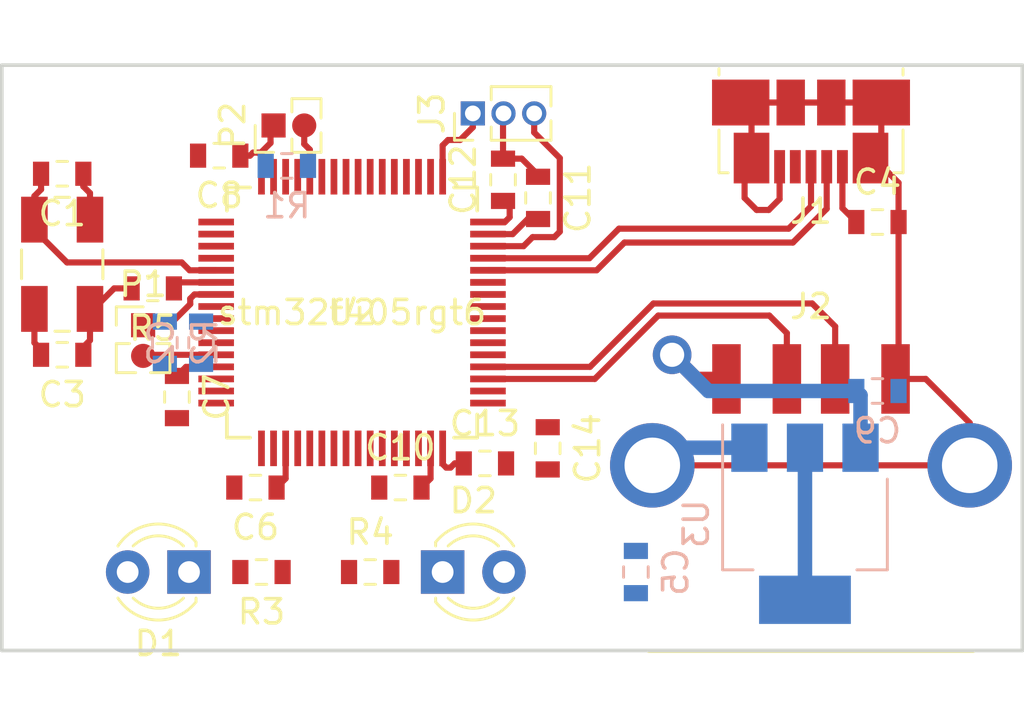
<source format=kicad_pcb>
(kicad_pcb (version 4) (host pcbnew 4.0.7-e2-6376~58~ubuntu16.04.1)

  (general
    (links 76)
    (no_connects 35)
    (area 148.674999 87.424999 191.075001 111.825001)
    (thickness 1.6)
    (drawings 4)
    (tracks 135)
    (zones 0)
    (modules 29)
    (nets 21)
  )

  (page A4)
  (layers
    (0 F.Cu signal)
    (31 B.Cu signal)
    (32 B.Adhes user)
    (33 F.Adhes user)
    (34 B.Paste user)
    (35 F.Paste user)
    (36 B.SilkS user)
    (37 F.SilkS user)
    (38 B.Mask user)
    (39 F.Mask user)
    (40 Dwgs.User user hide)
    (41 Cmts.User user)
    (42 Eco1.User user)
    (43 Eco2.User user)
    (44 Edge.Cuts user)
    (45 Margin user)
    (46 B.CrtYd user)
    (47 F.CrtYd user)
    (48 B.Fab user)
    (49 F.Fab user)
  )

  (setup
    (last_trace_width 0.6)
    (user_trace_width 0.4)
    (user_trace_width 0.6)
    (user_trace_width 0.8)
    (trace_clearance 0.2)
    (zone_clearance 0.508)
    (zone_45_only no)
    (trace_min 0.2)
    (segment_width 0.2)
    (edge_width 0.15)
    (via_size 0.6)
    (via_drill 0.4)
    (via_min_size 0.4)
    (via_min_drill 0.3)
    (user_via 1 0.6)
    (user_via 1.6 1)
    (uvia_size 0.3)
    (uvia_drill 0.1)
    (uvias_allowed no)
    (uvia_min_size 0.2)
    (uvia_min_drill 0.1)
    (pcb_text_width 0.3)
    (pcb_text_size 1.5 1.5)
    (mod_edge_width 0.15)
    (mod_text_size 1 1)
    (mod_text_width 0.15)
    (pad_size 1.524 1.524)
    (pad_drill 0.762)
    (pad_to_mask_clearance 0.2)
    (aux_axis_origin 0 0)
    (visible_elements FFFFFF7F)
    (pcbplotparams
      (layerselection 0x00030_80000001)
      (usegerberextensions false)
      (excludeedgelayer true)
      (linewidth 0.100000)
      (plotframeref false)
      (viasonmask false)
      (mode 1)
      (useauxorigin false)
      (hpglpennumber 1)
      (hpglpenspeed 20)
      (hpglpendiameter 15)
      (hpglpenoverlay 2)
      (psnegative false)
      (psa4output false)
      (plotreference true)
      (plotvalue true)
      (plotinvisibletext false)
      (padsonsilk false)
      (subtractmaskfromsilk false)
      (outputformat 1)
      (mirror false)
      (drillshape 1)
      (scaleselection 1)
      (outputdirectory ""))
  )

  (net 0 "")
  (net 1 GND)
  (net 2 /clk-in)
  (net 3 /~mcu-rst~)
  (net 4 "Net-(C3-Pad1)")
  (net 5 /vbus)
  (net 6 VDD)
  (net 7 "Net-(C10-Pad2)")
  (net 8 "Net-(C11-Pad2)")
  (net 9 "Net-(D1-Pad1)")
  (net 10 "Net-(D2-Pad1)")
  (net 11 /dev_dm)
  (net 12 /dev_dp)
  (net 13 /host_dp)
  (net 14 /host_dm)
  (net 15 /swd_clk)
  (net 16 /swd_io)
  (net 17 /boot0)
  (net 18 /led-0)
  (net 19 /led-1)
  (net 20 /clk-out)

  (net_class Default "This is the default net class."
    (clearance 0.2)
    (trace_width 0.254)
    (via_dia 0.6)
    (via_drill 0.4)
    (uvia_dia 0.3)
    (uvia_drill 0.1)
    (add_net /boot0)
    (add_net /clk-in)
    (add_net /clk-out)
    (add_net /dev_dm)
    (add_net /dev_dp)
    (add_net /host_dm)
    (add_net /host_dp)
    (add_net /led-0)
    (add_net /led-1)
    (add_net /swd_clk)
    (add_net /swd_io)
    (add_net /vbus)
    (add_net /~mcu-rst~)
    (add_net GND)
    (add_net "Net-(C10-Pad2)")
    (add_net "Net-(C11-Pad2)")
    (add_net "Net-(C3-Pad1)")
    (add_net "Net-(D1-Pad1)")
    (add_net "Net-(D2-Pad1)")
    (add_net VDD)
  )

  (module Connector_PinHeader_1.27mm:PinHeader_1x02_P1.27mm_Vertical (layer F.Cu) (tedit 5A6F4B74) (tstamp 5A6EA26C)
    (at 160 90 90)
    (descr "Through hole straight pin header, 1x02, 1.27mm pitch, single row")
    (tags "Through hole pin header THT 1x02 1.27mm single row")
    (path /5A699B9C)
    (fp_text reference P2 (at 0 -1.695 90) (layer F.SilkS)
      (effects (font (size 1 1) (thickness 0.15)))
    )
    (fp_text value bootldr (at 0 2.965 90) (layer F.Fab)
      (effects (font (size 1 1) (thickness 0.15)))
    )
    (fp_line (start -0.525 -0.635) (end 1.05 -0.635) (layer F.Fab) (width 0.1))
    (fp_line (start 1.05 -0.635) (end 1.05 1.905) (layer F.Fab) (width 0.1))
    (fp_line (start 1.05 1.905) (end -1.05 1.905) (layer F.Fab) (width 0.1))
    (fp_line (start -1.05 1.905) (end -1.05 -0.11) (layer F.Fab) (width 0.1))
    (fp_line (start -1.05 -0.11) (end -0.525 -0.635) (layer F.Fab) (width 0.1))
    (fp_line (start -1.11 1.965) (end -0.30753 1.965) (layer F.SilkS) (width 0.12))
    (fp_line (start 0.30753 1.965) (end 1.11 1.965) (layer F.SilkS) (width 0.12))
    (fp_line (start -1.11 0.76) (end -1.11 1.965) (layer F.SilkS) (width 0.12))
    (fp_line (start 1.11 0.76) (end 1.11 1.965) (layer F.SilkS) (width 0.12))
    (fp_line (start -1.11 0.76) (end -0.563471 0.76) (layer F.SilkS) (width 0.12))
    (fp_line (start 0.563471 0.76) (end 1.11 0.76) (layer F.SilkS) (width 0.12))
    (fp_line (start -1.11 0) (end -1.11 -0.76) (layer F.SilkS) (width 0.12))
    (fp_line (start -1.11 -0.76) (end 0 -0.76) (layer F.SilkS) (width 0.12))
    (fp_line (start -1.55 -1.15) (end -1.55 2.45) (layer F.CrtYd) (width 0.05))
    (fp_line (start -1.55 2.45) (end 1.55 2.45) (layer F.CrtYd) (width 0.05))
    (fp_line (start 1.55 2.45) (end 1.55 -1.15) (layer F.CrtYd) (width 0.05))
    (fp_line (start 1.55 -1.15) (end -1.55 -1.15) (layer F.CrtYd) (width 0.05))
    (fp_text user %R (at 0 0.635 180) (layer F.Fab)
      (effects (font (size 1 1) (thickness 0.15)))
    )
    (pad 1 smd rect (at 0 0 90) (size 1 1) (layers F.Cu F.Paste F.Mask)
      (net 6 VDD))
    (pad 2 smd oval (at 0 1.27 90) (size 1 1) (layers F.Cu F.Paste F.Mask)
      (net 17 /boot0))
    (model ${KISYS3DMOD}/Connector_PinHeader_1.27mm.3dshapes/PinHeader_1x02_P1.27mm_Vertical.wrl
      (at (xyz 0 0 0))
      (scale (xyz 1 1 1))
      (rotate (xyz 0 0 0))
    )
  )

  (module Connector_PinHeader_1.27mm:PinHeader_1x02_P1.27mm_Vertical (layer F.Cu) (tedit 5A6F4B43) (tstamp 5A6EA266)
    (at 154.6 98.275)
    (descr "Through hole straight pin header, 1x02, 1.27mm pitch, single row")
    (tags "Through hole pin header THT 1x02 1.27mm single row")
    (path /5A6EB4A8)
    (fp_text reference P1 (at 0 -1.695) (layer F.SilkS)
      (effects (font (size 1 1) (thickness 0.15)))
    )
    (fp_text value ~rst~ (at 0 2.965) (layer F.Fab)
      (effects (font (size 1 1) (thickness 0.15)))
    )
    (fp_line (start -0.525 -0.635) (end 1.05 -0.635) (layer F.Fab) (width 0.1))
    (fp_line (start 1.05 -0.635) (end 1.05 1.905) (layer F.Fab) (width 0.1))
    (fp_line (start 1.05 1.905) (end -1.05 1.905) (layer F.Fab) (width 0.1))
    (fp_line (start -1.05 1.905) (end -1.05 -0.11) (layer F.Fab) (width 0.1))
    (fp_line (start -1.05 -0.11) (end -0.525 -0.635) (layer F.Fab) (width 0.1))
    (fp_line (start -1.11 1.965) (end -0.30753 1.965) (layer F.SilkS) (width 0.12))
    (fp_line (start 0.30753 1.965) (end 1.11 1.965) (layer F.SilkS) (width 0.12))
    (fp_line (start -1.11 0.76) (end -1.11 1.965) (layer F.SilkS) (width 0.12))
    (fp_line (start 1.11 0.76) (end 1.11 1.965) (layer F.SilkS) (width 0.12))
    (fp_line (start -1.11 0.76) (end -0.563471 0.76) (layer F.SilkS) (width 0.12))
    (fp_line (start 0.563471 0.76) (end 1.11 0.76) (layer F.SilkS) (width 0.12))
    (fp_line (start -1.11 0) (end -1.11 -0.76) (layer F.SilkS) (width 0.12))
    (fp_line (start -1.11 -0.76) (end 0 -0.76) (layer F.SilkS) (width 0.12))
    (fp_line (start -1.55 -1.15) (end -1.55 2.45) (layer F.CrtYd) (width 0.05))
    (fp_line (start -1.55 2.45) (end 1.55 2.45) (layer F.CrtYd) (width 0.05))
    (fp_line (start 1.55 2.45) (end 1.55 -1.15) (layer F.CrtYd) (width 0.05))
    (fp_line (start 1.55 -1.15) (end -1.55 -1.15) (layer F.CrtYd) (width 0.05))
    (fp_text user %R (at 0 0.635 90) (layer F.Fab)
      (effects (font (size 1 1) (thickness 0.15)))
    )
    (pad 1 smd rect (at 0 0) (size 1 1) (layers F.Cu F.Paste F.Mask)
      (net 3 /~mcu-rst~))
    (pad 2 smd oval (at 0 1.27) (size 1 1) (layers F.Cu F.Paste F.Mask)
      (net 1 GND))
    (model ${KISYS3DMOD}/Connector_PinHeader_1.27mm.3dshapes/PinHeader_1x02_P1.27mm_Vertical.wrl
      (at (xyz 0 0 0))
      (scale (xyz 1 1 1))
      (rotate (xyz 0 0 0))
    )
  )

  (module Capacitor_SMD:C_0603_1608Metric (layer F.Cu) (tedit 59FE48B8) (tstamp 5A6EA1E5)
    (at 151.25 92 180)
    (descr "Capacitor SMD 0603 (1608 Metric), square (rectangular) end terminal, IPC_7351 nominal, (Body size source: http://www.tortai-tech.com/upload/download/2011102023233369053.pdf), generated with kicad-footprint-generator")
    (tags capacitor)
    (path /5A699B68)
    (attr smd)
    (fp_text reference C1 (at 0 -1.65 180) (layer F.SilkS)
      (effects (font (size 1 1) (thickness 0.15)))
    )
    (fp_text value 18p (at 0 1.65 180) (layer F.Fab)
      (effects (font (size 1 1) (thickness 0.15)))
    )
    (fp_line (start -0.8 0.4) (end -0.8 -0.4) (layer F.Fab) (width 0.1))
    (fp_line (start -0.8 -0.4) (end 0.8 -0.4) (layer F.Fab) (width 0.1))
    (fp_line (start 0.8 -0.4) (end 0.8 0.4) (layer F.Fab) (width 0.1))
    (fp_line (start 0.8 0.4) (end -0.8 0.4) (layer F.Fab) (width 0.1))
    (fp_line (start -0.22 -0.51) (end 0.22 -0.51) (layer F.SilkS) (width 0.12))
    (fp_line (start -0.22 0.51) (end 0.22 0.51) (layer F.SilkS) (width 0.12))
    (fp_line (start -1.46 0.75) (end -1.46 -0.75) (layer F.CrtYd) (width 0.05))
    (fp_line (start -1.46 -0.75) (end 1.46 -0.75) (layer F.CrtYd) (width 0.05))
    (fp_line (start 1.46 -0.75) (end 1.46 0.75) (layer F.CrtYd) (width 0.05))
    (fp_line (start 1.46 0.75) (end -1.46 0.75) (layer F.CrtYd) (width 0.05))
    (fp_text user %R (at 0 0 180) (layer F.Fab)
      (effects (font (size 0.5 0.5) (thickness 0.08)))
    )
    (pad 1 smd rect (at -0.875 0 180) (size 0.67 1) (layers F.Cu F.Paste F.Mask)
      (net 1 GND))
    (pad 2 smd rect (at 0.875 0 180) (size 0.67 1) (layers F.Cu F.Paste F.Mask)
      (net 2 /clk-in))
    (model ${KISYS3DMOD}/Capacitor_SMD.3dshapes/C_0603_1608Metric.wrl
      (at (xyz 0 0 0))
      (scale (xyz 1 1 1))
      (rotate (xyz 0 0 0))
    )
  )

  (module Capacitor_SMD:C_0603_1608Metric (layer B.Cu) (tedit 59FE48B8) (tstamp 5A6EA1EB)
    (at 157 99 270)
    (descr "Capacitor SMD 0603 (1608 Metric), square (rectangular) end terminal, IPC_7351 nominal, (Body size source: http://www.tortai-tech.com/upload/download/2011102023233369053.pdf), generated with kicad-footprint-generator")
    (tags capacitor)
    (path /5A699B64)
    (attr smd)
    (fp_text reference C2 (at 0 1.65 270) (layer B.SilkS)
      (effects (font (size 1 1) (thickness 0.15)) (justify mirror))
    )
    (fp_text value 100n (at 0 -1.65 270) (layer B.Fab)
      (effects (font (size 1 1) (thickness 0.15)) (justify mirror))
    )
    (fp_line (start -0.8 -0.4) (end -0.8 0.4) (layer B.Fab) (width 0.1))
    (fp_line (start -0.8 0.4) (end 0.8 0.4) (layer B.Fab) (width 0.1))
    (fp_line (start 0.8 0.4) (end 0.8 -0.4) (layer B.Fab) (width 0.1))
    (fp_line (start 0.8 -0.4) (end -0.8 -0.4) (layer B.Fab) (width 0.1))
    (fp_line (start -0.22 0.51) (end 0.22 0.51) (layer B.SilkS) (width 0.12))
    (fp_line (start -0.22 -0.51) (end 0.22 -0.51) (layer B.SilkS) (width 0.12))
    (fp_line (start -1.46 -0.75) (end -1.46 0.75) (layer B.CrtYd) (width 0.05))
    (fp_line (start -1.46 0.75) (end 1.46 0.75) (layer B.CrtYd) (width 0.05))
    (fp_line (start 1.46 0.75) (end 1.46 -0.75) (layer B.CrtYd) (width 0.05))
    (fp_line (start 1.46 -0.75) (end -1.46 -0.75) (layer B.CrtYd) (width 0.05))
    (fp_text user %R (at 0 0 270) (layer B.Fab)
      (effects (font (size 0.5 0.5) (thickness 0.08)) (justify mirror))
    )
    (pad 1 smd rect (at -0.875 0 270) (size 0.67 1) (layers B.Cu B.Paste B.Mask)
      (net 3 /~mcu-rst~))
    (pad 2 smd rect (at 0.875 0 270) (size 0.67 1) (layers B.Cu B.Paste B.Mask)
      (net 1 GND))
    (model ${KISYS3DMOD}/Capacitor_SMD.3dshapes/C_0603_1608Metric.wrl
      (at (xyz 0 0 0))
      (scale (xyz 1 1 1))
      (rotate (xyz 0 0 0))
    )
  )

  (module Capacitor_SMD:C_0603_1608Metric (layer F.Cu) (tedit 59FE48B8) (tstamp 5A6EA1F1)
    (at 151.25 99.5 180)
    (descr "Capacitor SMD 0603 (1608 Metric), square (rectangular) end terminal, IPC_7351 nominal, (Body size source: http://www.tortai-tech.com/upload/download/2011102023233369053.pdf), generated with kicad-footprint-generator")
    (tags capacitor)
    (path /5A699B69)
    (attr smd)
    (fp_text reference C3 (at 0 -1.65 180) (layer F.SilkS)
      (effects (font (size 1 1) (thickness 0.15)))
    )
    (fp_text value 18p (at 0 1.65 180) (layer F.Fab)
      (effects (font (size 1 1) (thickness 0.15)))
    )
    (fp_line (start -0.8 0.4) (end -0.8 -0.4) (layer F.Fab) (width 0.1))
    (fp_line (start -0.8 -0.4) (end 0.8 -0.4) (layer F.Fab) (width 0.1))
    (fp_line (start 0.8 -0.4) (end 0.8 0.4) (layer F.Fab) (width 0.1))
    (fp_line (start 0.8 0.4) (end -0.8 0.4) (layer F.Fab) (width 0.1))
    (fp_line (start -0.22 -0.51) (end 0.22 -0.51) (layer F.SilkS) (width 0.12))
    (fp_line (start -0.22 0.51) (end 0.22 0.51) (layer F.SilkS) (width 0.12))
    (fp_line (start -1.46 0.75) (end -1.46 -0.75) (layer F.CrtYd) (width 0.05))
    (fp_line (start -1.46 -0.75) (end 1.46 -0.75) (layer F.CrtYd) (width 0.05))
    (fp_line (start 1.46 -0.75) (end 1.46 0.75) (layer F.CrtYd) (width 0.05))
    (fp_line (start 1.46 0.75) (end -1.46 0.75) (layer F.CrtYd) (width 0.05))
    (fp_text user %R (at 0 0 180) (layer F.Fab)
      (effects (font (size 0.5 0.5) (thickness 0.08)))
    )
    (pad 1 smd rect (at -0.875 0 180) (size 0.67 1) (layers F.Cu F.Paste F.Mask)
      (net 4 "Net-(C3-Pad1)"))
    (pad 2 smd rect (at 0.875 0 180) (size 0.67 1) (layers F.Cu F.Paste F.Mask)
      (net 1 GND))
    (model ${KISYS3DMOD}/Capacitor_SMD.3dshapes/C_0603_1608Metric.wrl
      (at (xyz 0 0 0))
      (scale (xyz 1 1 1))
      (rotate (xyz 0 0 0))
    )
  )

  (module Capacitor_SMD:C_0603_1608Metric (layer F.Cu) (tedit 59FE48B8) (tstamp 5A6EA1F7)
    (at 185 94)
    (descr "Capacitor SMD 0603 (1608 Metric), square (rectangular) end terminal, IPC_7351 nominal, (Body size source: http://www.tortai-tech.com/upload/download/2011102023233369053.pdf), generated with kicad-footprint-generator")
    (tags capacitor)
    (path /5A699B7E)
    (attr smd)
    (fp_text reference C4 (at 0 -1.65) (layer F.SilkS)
      (effects (font (size 1 1) (thickness 0.15)))
    )
    (fp_text value 4u7 (at 0 1.65) (layer F.Fab)
      (effects (font (size 1 1) (thickness 0.15)))
    )
    (fp_line (start -0.8 0.4) (end -0.8 -0.4) (layer F.Fab) (width 0.1))
    (fp_line (start -0.8 -0.4) (end 0.8 -0.4) (layer F.Fab) (width 0.1))
    (fp_line (start 0.8 -0.4) (end 0.8 0.4) (layer F.Fab) (width 0.1))
    (fp_line (start 0.8 0.4) (end -0.8 0.4) (layer F.Fab) (width 0.1))
    (fp_line (start -0.22 -0.51) (end 0.22 -0.51) (layer F.SilkS) (width 0.12))
    (fp_line (start -0.22 0.51) (end 0.22 0.51) (layer F.SilkS) (width 0.12))
    (fp_line (start -1.46 0.75) (end -1.46 -0.75) (layer F.CrtYd) (width 0.05))
    (fp_line (start -1.46 -0.75) (end 1.46 -0.75) (layer F.CrtYd) (width 0.05))
    (fp_line (start 1.46 -0.75) (end 1.46 0.75) (layer F.CrtYd) (width 0.05))
    (fp_line (start 1.46 0.75) (end -1.46 0.75) (layer F.CrtYd) (width 0.05))
    (fp_text user %R (at 0 0) (layer F.Fab)
      (effects (font (size 0.5 0.5) (thickness 0.08)))
    )
    (pad 1 smd rect (at -0.875 0) (size 0.67 1) (layers F.Cu F.Paste F.Mask)
      (net 5 /vbus))
    (pad 2 smd rect (at 0.875 0) (size 0.67 1) (layers F.Cu F.Paste F.Mask)
      (net 1 GND))
    (model ${KISYS3DMOD}/Capacitor_SMD.3dshapes/C_0603_1608Metric.wrl
      (at (xyz 0 0 0))
      (scale (xyz 1 1 1))
      (rotate (xyz 0 0 0))
    )
  )

  (module Capacitor_SMD:C_0603_1608Metric (layer B.Cu) (tedit 59FE48B8) (tstamp 5A6EA1FD)
    (at 175 108.5 90)
    (descr "Capacitor SMD 0603 (1608 Metric), square (rectangular) end terminal, IPC_7351 nominal, (Body size source: http://www.tortai-tech.com/upload/download/2011102023233369053.pdf), generated with kicad-footprint-generator")
    (tags capacitor)
    (path /5A699B7B)
    (attr smd)
    (fp_text reference C5 (at 0 1.65 90) (layer B.SilkS)
      (effects (font (size 1 1) (thickness 0.15)) (justify mirror))
    )
    (fp_text value 4u7 (at 0 -1.65 90) (layer B.Fab)
      (effects (font (size 1 1) (thickness 0.15)) (justify mirror))
    )
    (fp_line (start -0.8 -0.4) (end -0.8 0.4) (layer B.Fab) (width 0.1))
    (fp_line (start -0.8 0.4) (end 0.8 0.4) (layer B.Fab) (width 0.1))
    (fp_line (start 0.8 0.4) (end 0.8 -0.4) (layer B.Fab) (width 0.1))
    (fp_line (start 0.8 -0.4) (end -0.8 -0.4) (layer B.Fab) (width 0.1))
    (fp_line (start -0.22 0.51) (end 0.22 0.51) (layer B.SilkS) (width 0.12))
    (fp_line (start -0.22 -0.51) (end 0.22 -0.51) (layer B.SilkS) (width 0.12))
    (fp_line (start -1.46 -0.75) (end -1.46 0.75) (layer B.CrtYd) (width 0.05))
    (fp_line (start -1.46 0.75) (end 1.46 0.75) (layer B.CrtYd) (width 0.05))
    (fp_line (start 1.46 0.75) (end 1.46 -0.75) (layer B.CrtYd) (width 0.05))
    (fp_line (start 1.46 -0.75) (end -1.46 -0.75) (layer B.CrtYd) (width 0.05))
    (fp_text user %R (at 0 0 90) (layer B.Fab)
      (effects (font (size 0.5 0.5) (thickness 0.08)) (justify mirror))
    )
    (pad 1 smd rect (at -0.875 0 90) (size 0.67 1) (layers B.Cu B.Paste B.Mask)
      (net 6 VDD))
    (pad 2 smd rect (at 0.875 0 90) (size 0.67 1) (layers B.Cu B.Paste B.Mask)
      (net 1 GND))
    (model ${KISYS3DMOD}/Capacitor_SMD.3dshapes/C_0603_1608Metric.wrl
      (at (xyz 0 0 0))
      (scale (xyz 1 1 1))
      (rotate (xyz 0 0 0))
    )
  )

  (module Capacitor_SMD:C_0603_1608Metric (layer F.Cu) (tedit 59FE48B8) (tstamp 5A6EA203)
    (at 159.25 105 180)
    (descr "Capacitor SMD 0603 (1608 Metric), square (rectangular) end terminal, IPC_7351 nominal, (Body size source: http://www.tortai-tech.com/upload/download/2011102023233369053.pdf), generated with kicad-footprint-generator")
    (tags capacitor)
    (path /5A6DD1F7)
    (attr smd)
    (fp_text reference C6 (at 0 -1.65 180) (layer F.SilkS)
      (effects (font (size 1 1) (thickness 0.15)))
    )
    (fp_text value 100n (at 0 1.65 180) (layer F.Fab)
      (effects (font (size 1 1) (thickness 0.15)))
    )
    (fp_line (start -0.8 0.4) (end -0.8 -0.4) (layer F.Fab) (width 0.1))
    (fp_line (start -0.8 -0.4) (end 0.8 -0.4) (layer F.Fab) (width 0.1))
    (fp_line (start 0.8 -0.4) (end 0.8 0.4) (layer F.Fab) (width 0.1))
    (fp_line (start 0.8 0.4) (end -0.8 0.4) (layer F.Fab) (width 0.1))
    (fp_line (start -0.22 -0.51) (end 0.22 -0.51) (layer F.SilkS) (width 0.12))
    (fp_line (start -0.22 0.51) (end 0.22 0.51) (layer F.SilkS) (width 0.12))
    (fp_line (start -1.46 0.75) (end -1.46 -0.75) (layer F.CrtYd) (width 0.05))
    (fp_line (start -1.46 -0.75) (end 1.46 -0.75) (layer F.CrtYd) (width 0.05))
    (fp_line (start 1.46 -0.75) (end 1.46 0.75) (layer F.CrtYd) (width 0.05))
    (fp_line (start 1.46 0.75) (end -1.46 0.75) (layer F.CrtYd) (width 0.05))
    (fp_text user %R (at 0 0 180) (layer F.Fab)
      (effects (font (size 0.5 0.5) (thickness 0.08)))
    )
    (pad 1 smd rect (at -0.875 0 180) (size 0.67 1) (layers F.Cu F.Paste F.Mask)
      (net 6 VDD))
    (pad 2 smd rect (at 0.875 0 180) (size 0.67 1) (layers F.Cu F.Paste F.Mask)
      (net 1 GND))
    (model ${KISYS3DMOD}/Capacitor_SMD.3dshapes/C_0603_1608Metric.wrl
      (at (xyz 0 0 0))
      (scale (xyz 1 1 1))
      (rotate (xyz 0 0 0))
    )
  )

  (module Capacitor_SMD:C_0603_1608Metric (layer F.Cu) (tedit 59FE48B8) (tstamp 5A6EA209)
    (at 156 101.25 270)
    (descr "Capacitor SMD 0603 (1608 Metric), square (rectangular) end terminal, IPC_7351 nominal, (Body size source: http://www.tortai-tech.com/upload/download/2011102023233369053.pdf), generated with kicad-footprint-generator")
    (tags capacitor)
    (path /5A699BA7)
    (attr smd)
    (fp_text reference C7 (at 0 -1.65 270) (layer F.SilkS)
      (effects (font (size 1 1) (thickness 0.15)))
    )
    (fp_text value 100n (at 0 1.65 270) (layer F.Fab)
      (effects (font (size 1 1) (thickness 0.15)))
    )
    (fp_line (start -0.8 0.4) (end -0.8 -0.4) (layer F.Fab) (width 0.1))
    (fp_line (start -0.8 -0.4) (end 0.8 -0.4) (layer F.Fab) (width 0.1))
    (fp_line (start 0.8 -0.4) (end 0.8 0.4) (layer F.Fab) (width 0.1))
    (fp_line (start 0.8 0.4) (end -0.8 0.4) (layer F.Fab) (width 0.1))
    (fp_line (start -0.22 -0.51) (end 0.22 -0.51) (layer F.SilkS) (width 0.12))
    (fp_line (start -0.22 0.51) (end 0.22 0.51) (layer F.SilkS) (width 0.12))
    (fp_line (start -1.46 0.75) (end -1.46 -0.75) (layer F.CrtYd) (width 0.05))
    (fp_line (start -1.46 -0.75) (end 1.46 -0.75) (layer F.CrtYd) (width 0.05))
    (fp_line (start 1.46 -0.75) (end 1.46 0.75) (layer F.CrtYd) (width 0.05))
    (fp_line (start 1.46 0.75) (end -1.46 0.75) (layer F.CrtYd) (width 0.05))
    (fp_text user %R (at 0 0 270) (layer F.Fab)
      (effects (font (size 0.5 0.5) (thickness 0.08)))
    )
    (pad 1 smd rect (at -0.875 0 270) (size 0.67 1) (layers F.Cu F.Paste F.Mask)
      (net 6 VDD))
    (pad 2 smd rect (at 0.875 0 270) (size 0.67 1) (layers F.Cu F.Paste F.Mask)
      (net 1 GND))
    (model ${KISYS3DMOD}/Capacitor_SMD.3dshapes/C_0603_1608Metric.wrl
      (at (xyz 0 0 0))
      (scale (xyz 1 1 1))
      (rotate (xyz 0 0 0))
    )
  )

  (module Capacitor_SMD:C_0603_1608Metric (layer F.Cu) (tedit 59FE48B8) (tstamp 5A6EA20F)
    (at 157.75 91.25 180)
    (descr "Capacitor SMD 0603 (1608 Metric), square (rectangular) end terminal, IPC_7351 nominal, (Body size source: http://www.tortai-tech.com/upload/download/2011102023233369053.pdf), generated with kicad-footprint-generator")
    (tags capacitor)
    (path /5A699BA8)
    (attr smd)
    (fp_text reference C8 (at 0 -1.65 180) (layer F.SilkS)
      (effects (font (size 1 1) (thickness 0.15)))
    )
    (fp_text value 100n (at 0 1.65 180) (layer F.Fab)
      (effects (font (size 1 1) (thickness 0.15)))
    )
    (fp_line (start -0.8 0.4) (end -0.8 -0.4) (layer F.Fab) (width 0.1))
    (fp_line (start -0.8 -0.4) (end 0.8 -0.4) (layer F.Fab) (width 0.1))
    (fp_line (start 0.8 -0.4) (end 0.8 0.4) (layer F.Fab) (width 0.1))
    (fp_line (start 0.8 0.4) (end -0.8 0.4) (layer F.Fab) (width 0.1))
    (fp_line (start -0.22 -0.51) (end 0.22 -0.51) (layer F.SilkS) (width 0.12))
    (fp_line (start -0.22 0.51) (end 0.22 0.51) (layer F.SilkS) (width 0.12))
    (fp_line (start -1.46 0.75) (end -1.46 -0.75) (layer F.CrtYd) (width 0.05))
    (fp_line (start -1.46 -0.75) (end 1.46 -0.75) (layer F.CrtYd) (width 0.05))
    (fp_line (start 1.46 -0.75) (end 1.46 0.75) (layer F.CrtYd) (width 0.05))
    (fp_line (start 1.46 0.75) (end -1.46 0.75) (layer F.CrtYd) (width 0.05))
    (fp_text user %R (at 0 0 180) (layer F.Fab)
      (effects (font (size 0.5 0.5) (thickness 0.08)))
    )
    (pad 1 smd rect (at -0.875 0 180) (size 0.67 1) (layers F.Cu F.Paste F.Mask)
      (net 6 VDD))
    (pad 2 smd rect (at 0.875 0 180) (size 0.67 1) (layers F.Cu F.Paste F.Mask)
      (net 1 GND))
    (model ${KISYS3DMOD}/Capacitor_SMD.3dshapes/C_0603_1608Metric.wrl
      (at (xyz 0 0 0))
      (scale (xyz 1 1 1))
      (rotate (xyz 0 0 0))
    )
  )

  (module Capacitor_SMD:C_0603_1608Metric (layer B.Cu) (tedit 59FE48B8) (tstamp 5A6EA215)
    (at 185 101)
    (descr "Capacitor SMD 0603 (1608 Metric), square (rectangular) end terminal, IPC_7351 nominal, (Body size source: http://www.tortai-tech.com/upload/download/2011102023233369053.pdf), generated with kicad-footprint-generator")
    (tags capacitor)
    (path /5A6E3D62)
    (attr smd)
    (fp_text reference C9 (at 0 1.65) (layer B.SilkS)
      (effects (font (size 1 1) (thickness 0.15)) (justify mirror))
    )
    (fp_text value 4u7 (at 0 -1.65) (layer B.Fab)
      (effects (font (size 1 1) (thickness 0.15)) (justify mirror))
    )
    (fp_line (start -0.8 -0.4) (end -0.8 0.4) (layer B.Fab) (width 0.1))
    (fp_line (start -0.8 0.4) (end 0.8 0.4) (layer B.Fab) (width 0.1))
    (fp_line (start 0.8 0.4) (end 0.8 -0.4) (layer B.Fab) (width 0.1))
    (fp_line (start 0.8 -0.4) (end -0.8 -0.4) (layer B.Fab) (width 0.1))
    (fp_line (start -0.22 0.51) (end 0.22 0.51) (layer B.SilkS) (width 0.12))
    (fp_line (start -0.22 -0.51) (end 0.22 -0.51) (layer B.SilkS) (width 0.12))
    (fp_line (start -1.46 -0.75) (end -1.46 0.75) (layer B.CrtYd) (width 0.05))
    (fp_line (start -1.46 0.75) (end 1.46 0.75) (layer B.CrtYd) (width 0.05))
    (fp_line (start 1.46 0.75) (end 1.46 -0.75) (layer B.CrtYd) (width 0.05))
    (fp_line (start 1.46 -0.75) (end -1.46 -0.75) (layer B.CrtYd) (width 0.05))
    (fp_text user %R (at 0 0) (layer B.Fab)
      (effects (font (size 0.5 0.5) (thickness 0.08)) (justify mirror))
    )
    (pad 1 smd rect (at -0.875 0) (size 0.67 1) (layers B.Cu B.Paste B.Mask)
      (net 5 /vbus))
    (pad 2 smd rect (at 0.875 0) (size 0.67 1) (layers B.Cu B.Paste B.Mask)
      (net 1 GND))
    (model ${KISYS3DMOD}/Capacitor_SMD.3dshapes/C_0603_1608Metric.wrl
      (at (xyz 0 0 0))
      (scale (xyz 1 1 1))
      (rotate (xyz 0 0 0))
    )
  )

  (module Capacitor_SMD:C_0603_1608Metric (layer F.Cu) (tedit 59FE48B8) (tstamp 5A6EA21B)
    (at 165.25 105)
    (descr "Capacitor SMD 0603 (1608 Metric), square (rectangular) end terminal, IPC_7351 nominal, (Body size source: http://www.tortai-tech.com/upload/download/2011102023233369053.pdf), generated with kicad-footprint-generator")
    (tags capacitor)
    (path /5A6DAD48)
    (attr smd)
    (fp_text reference C10 (at 0 -1.65) (layer F.SilkS)
      (effects (font (size 1 1) (thickness 0.15)))
    )
    (fp_text value 2u2 (at 0 1.65) (layer F.Fab)
      (effects (font (size 1 1) (thickness 0.15)))
    )
    (fp_line (start -0.8 0.4) (end -0.8 -0.4) (layer F.Fab) (width 0.1))
    (fp_line (start -0.8 -0.4) (end 0.8 -0.4) (layer F.Fab) (width 0.1))
    (fp_line (start 0.8 -0.4) (end 0.8 0.4) (layer F.Fab) (width 0.1))
    (fp_line (start 0.8 0.4) (end -0.8 0.4) (layer F.Fab) (width 0.1))
    (fp_line (start -0.22 -0.51) (end 0.22 -0.51) (layer F.SilkS) (width 0.12))
    (fp_line (start -0.22 0.51) (end 0.22 0.51) (layer F.SilkS) (width 0.12))
    (fp_line (start -1.46 0.75) (end -1.46 -0.75) (layer F.CrtYd) (width 0.05))
    (fp_line (start -1.46 -0.75) (end 1.46 -0.75) (layer F.CrtYd) (width 0.05))
    (fp_line (start 1.46 -0.75) (end 1.46 0.75) (layer F.CrtYd) (width 0.05))
    (fp_line (start 1.46 0.75) (end -1.46 0.75) (layer F.CrtYd) (width 0.05))
    (fp_text user %R (at 0 0) (layer F.Fab)
      (effects (font (size 0.5 0.5) (thickness 0.08)))
    )
    (pad 1 smd rect (at -0.875 0) (size 0.67 1) (layers F.Cu F.Paste F.Mask)
      (net 1 GND))
    (pad 2 smd rect (at 0.875 0) (size 0.67 1) (layers F.Cu F.Paste F.Mask)
      (net 7 "Net-(C10-Pad2)"))
    (model ${KISYS3DMOD}/Capacitor_SMD.3dshapes/C_0603_1608Metric.wrl
      (at (xyz 0 0 0))
      (scale (xyz 1 1 1))
      (rotate (xyz 0 0 0))
    )
  )

  (module Capacitor_SMD:C_0603_1608Metric (layer F.Cu) (tedit 59FE48B8) (tstamp 5A6EA221)
    (at 170.95 93 270)
    (descr "Capacitor SMD 0603 (1608 Metric), square (rectangular) end terminal, IPC_7351 nominal, (Body size source: http://www.tortai-tech.com/upload/download/2011102023233369053.pdf), generated with kicad-footprint-generator")
    (tags capacitor)
    (path /5A6DB5B7)
    (attr smd)
    (fp_text reference C11 (at 0 -1.65 270) (layer F.SilkS)
      (effects (font (size 1 1) (thickness 0.15)))
    )
    (fp_text value 2u2 (at 0 1.65 270) (layer F.Fab)
      (effects (font (size 1 1) (thickness 0.15)))
    )
    (fp_line (start -0.8 0.4) (end -0.8 -0.4) (layer F.Fab) (width 0.1))
    (fp_line (start -0.8 -0.4) (end 0.8 -0.4) (layer F.Fab) (width 0.1))
    (fp_line (start 0.8 -0.4) (end 0.8 0.4) (layer F.Fab) (width 0.1))
    (fp_line (start 0.8 0.4) (end -0.8 0.4) (layer F.Fab) (width 0.1))
    (fp_line (start -0.22 -0.51) (end 0.22 -0.51) (layer F.SilkS) (width 0.12))
    (fp_line (start -0.22 0.51) (end 0.22 0.51) (layer F.SilkS) (width 0.12))
    (fp_line (start -1.46 0.75) (end -1.46 -0.75) (layer F.CrtYd) (width 0.05))
    (fp_line (start -1.46 -0.75) (end 1.46 -0.75) (layer F.CrtYd) (width 0.05))
    (fp_line (start 1.46 -0.75) (end 1.46 0.75) (layer F.CrtYd) (width 0.05))
    (fp_line (start 1.46 0.75) (end -1.46 0.75) (layer F.CrtYd) (width 0.05))
    (fp_text user %R (at 0 0 270) (layer F.Fab)
      (effects (font (size 0.5 0.5) (thickness 0.08)))
    )
    (pad 1 smd rect (at -0.875 0 270) (size 0.67 1) (layers F.Cu F.Paste F.Mask)
      (net 1 GND))
    (pad 2 smd rect (at 0.875 0 270) (size 0.67 1) (layers F.Cu F.Paste F.Mask)
      (net 8 "Net-(C11-Pad2)"))
    (model ${KISYS3DMOD}/Capacitor_SMD.3dshapes/C_0603_1608Metric.wrl
      (at (xyz 0 0 0))
      (scale (xyz 1 1 1))
      (rotate (xyz 0 0 0))
    )
  )

  (module Capacitor_SMD:C_0603_1608Metric (layer F.Cu) (tedit 59FE48B8) (tstamp 5A6EA227)
    (at 169.5 92.25 90)
    (descr "Capacitor SMD 0603 (1608 Metric), square (rectangular) end terminal, IPC_7351 nominal, (Body size source: http://www.tortai-tech.com/upload/download/2011102023233369053.pdf), generated with kicad-footprint-generator")
    (tags capacitor)
    (path /5A699BA9)
    (attr smd)
    (fp_text reference C12 (at 0 -1.65 90) (layer F.SilkS)
      (effects (font (size 1 1) (thickness 0.15)))
    )
    (fp_text value 100n (at 0 1.65 90) (layer F.Fab)
      (effects (font (size 1 1) (thickness 0.15)))
    )
    (fp_line (start -0.8 0.4) (end -0.8 -0.4) (layer F.Fab) (width 0.1))
    (fp_line (start -0.8 -0.4) (end 0.8 -0.4) (layer F.Fab) (width 0.1))
    (fp_line (start 0.8 -0.4) (end 0.8 0.4) (layer F.Fab) (width 0.1))
    (fp_line (start 0.8 0.4) (end -0.8 0.4) (layer F.Fab) (width 0.1))
    (fp_line (start -0.22 -0.51) (end 0.22 -0.51) (layer F.SilkS) (width 0.12))
    (fp_line (start -0.22 0.51) (end 0.22 0.51) (layer F.SilkS) (width 0.12))
    (fp_line (start -1.46 0.75) (end -1.46 -0.75) (layer F.CrtYd) (width 0.05))
    (fp_line (start -1.46 -0.75) (end 1.46 -0.75) (layer F.CrtYd) (width 0.05))
    (fp_line (start 1.46 -0.75) (end 1.46 0.75) (layer F.CrtYd) (width 0.05))
    (fp_line (start 1.46 0.75) (end -1.46 0.75) (layer F.CrtYd) (width 0.05))
    (fp_text user %R (at 0 0 90) (layer F.Fab)
      (effects (font (size 0.5 0.5) (thickness 0.08)))
    )
    (pad 1 smd rect (at -0.875 0 90) (size 0.67 1) (layers F.Cu F.Paste F.Mask)
      (net 6 VDD))
    (pad 2 smd rect (at 0.875 0 90) (size 0.67 1) (layers F.Cu F.Paste F.Mask)
      (net 1 GND))
    (model ${KISYS3DMOD}/Capacitor_SMD.3dshapes/C_0603_1608Metric.wrl
      (at (xyz 0 0 0))
      (scale (xyz 1 1 1))
      (rotate (xyz 0 0 0))
    )
  )

  (module Capacitor_SMD:C_0603_1608Metric (layer F.Cu) (tedit 59FE48B8) (tstamp 5A6EA22D)
    (at 168.75 104)
    (descr "Capacitor SMD 0603 (1608 Metric), square (rectangular) end terminal, IPC_7351 nominal, (Body size source: http://www.tortai-tech.com/upload/download/2011102023233369053.pdf), generated with kicad-footprint-generator")
    (tags capacitor)
    (path /5A699BAA)
    (attr smd)
    (fp_text reference C13 (at 0 -1.65) (layer F.SilkS)
      (effects (font (size 1 1) (thickness 0.15)))
    )
    (fp_text value 100n (at 0 1.65) (layer F.Fab)
      (effects (font (size 1 1) (thickness 0.15)))
    )
    (fp_line (start -0.8 0.4) (end -0.8 -0.4) (layer F.Fab) (width 0.1))
    (fp_line (start -0.8 -0.4) (end 0.8 -0.4) (layer F.Fab) (width 0.1))
    (fp_line (start 0.8 -0.4) (end 0.8 0.4) (layer F.Fab) (width 0.1))
    (fp_line (start 0.8 0.4) (end -0.8 0.4) (layer F.Fab) (width 0.1))
    (fp_line (start -0.22 -0.51) (end 0.22 -0.51) (layer F.SilkS) (width 0.12))
    (fp_line (start -0.22 0.51) (end 0.22 0.51) (layer F.SilkS) (width 0.12))
    (fp_line (start -1.46 0.75) (end -1.46 -0.75) (layer F.CrtYd) (width 0.05))
    (fp_line (start -1.46 -0.75) (end 1.46 -0.75) (layer F.CrtYd) (width 0.05))
    (fp_line (start 1.46 -0.75) (end 1.46 0.75) (layer F.CrtYd) (width 0.05))
    (fp_line (start 1.46 0.75) (end -1.46 0.75) (layer F.CrtYd) (width 0.05))
    (fp_text user %R (at 0 0) (layer F.Fab)
      (effects (font (size 0.5 0.5) (thickness 0.08)))
    )
    (pad 1 smd rect (at -0.875 0) (size 0.67 1) (layers F.Cu F.Paste F.Mask)
      (net 6 VDD))
    (pad 2 smd rect (at 0.875 0) (size 0.67 1) (layers F.Cu F.Paste F.Mask)
      (net 1 GND))
    (model ${KISYS3DMOD}/Capacitor_SMD.3dshapes/C_0603_1608Metric.wrl
      (at (xyz 0 0 0))
      (scale (xyz 1 1 1))
      (rotate (xyz 0 0 0))
    )
  )

  (module Capacitor_SMD:C_0603_1608Metric (layer F.Cu) (tedit 59FE48B8) (tstamp 5A6EA233)
    (at 171.35 103.375 270)
    (descr "Capacitor SMD 0603 (1608 Metric), square (rectangular) end terminal, IPC_7351 nominal, (Body size source: http://www.tortai-tech.com/upload/download/2011102023233369053.pdf), generated with kicad-footprint-generator")
    (tags capacitor)
    (path /5A699BAB)
    (attr smd)
    (fp_text reference C14 (at 0 -1.65 270) (layer F.SilkS)
      (effects (font (size 1 1) (thickness 0.15)))
    )
    (fp_text value 4u7 (at 0 1.65 270) (layer F.Fab)
      (effects (font (size 1 1) (thickness 0.15)))
    )
    (fp_line (start -0.8 0.4) (end -0.8 -0.4) (layer F.Fab) (width 0.1))
    (fp_line (start -0.8 -0.4) (end 0.8 -0.4) (layer F.Fab) (width 0.1))
    (fp_line (start 0.8 -0.4) (end 0.8 0.4) (layer F.Fab) (width 0.1))
    (fp_line (start 0.8 0.4) (end -0.8 0.4) (layer F.Fab) (width 0.1))
    (fp_line (start -0.22 -0.51) (end 0.22 -0.51) (layer F.SilkS) (width 0.12))
    (fp_line (start -0.22 0.51) (end 0.22 0.51) (layer F.SilkS) (width 0.12))
    (fp_line (start -1.46 0.75) (end -1.46 -0.75) (layer F.CrtYd) (width 0.05))
    (fp_line (start -1.46 -0.75) (end 1.46 -0.75) (layer F.CrtYd) (width 0.05))
    (fp_line (start 1.46 -0.75) (end 1.46 0.75) (layer F.CrtYd) (width 0.05))
    (fp_line (start 1.46 0.75) (end -1.46 0.75) (layer F.CrtYd) (width 0.05))
    (fp_text user %R (at 0 0 270) (layer F.Fab)
      (effects (font (size 0.5 0.5) (thickness 0.08)))
    )
    (pad 1 smd rect (at -0.875 0 270) (size 0.67 1) (layers F.Cu F.Paste F.Mask)
      (net 6 VDD))
    (pad 2 smd rect (at 0.875 0 270) (size 0.67 1) (layers F.Cu F.Paste F.Mask)
      (net 1 GND))
    (model ${KISYS3DMOD}/Capacitor_SMD.3dshapes/C_0603_1608Metric.wrl
      (at (xyz 0 0 0))
      (scale (xyz 1 1 1))
      (rotate (xyz 0 0 0))
    )
  )

  (module LED_THT:LED_D3.0mm (layer F.Cu) (tedit 587A3A7B) (tstamp 5A6EA239)
    (at 156.5 108.5 180)
    (descr "LED, diameter 3.0mm, 2 pins")
    (tags "LED diameter 3.0mm 2 pins")
    (path /5A699B96)
    (fp_text reference D1 (at 1.27 -2.96 180) (layer F.SilkS)
      (effects (font (size 1 1) (thickness 0.15)))
    )
    (fp_text value LED (at 1.27 2.96 180) (layer F.Fab)
      (effects (font (size 1 1) (thickness 0.15)))
    )
    (fp_arc (start 1.27 0) (end -0.23 -1.16619) (angle 284.3) (layer F.Fab) (width 0.1))
    (fp_arc (start 1.27 0) (end -0.29 -1.235516) (angle 108.8) (layer F.SilkS) (width 0.12))
    (fp_arc (start 1.27 0) (end -0.29 1.235516) (angle -108.8) (layer F.SilkS) (width 0.12))
    (fp_arc (start 1.27 0) (end 0.229039 -1.08) (angle 87.9) (layer F.SilkS) (width 0.12))
    (fp_arc (start 1.27 0) (end 0.229039 1.08) (angle -87.9) (layer F.SilkS) (width 0.12))
    (fp_circle (center 1.27 0) (end 2.77 0) (layer F.Fab) (width 0.1))
    (fp_line (start -0.23 -1.16619) (end -0.23 1.16619) (layer F.Fab) (width 0.1))
    (fp_line (start -0.29 -1.236) (end -0.29 -1.08) (layer F.SilkS) (width 0.12))
    (fp_line (start -0.29 1.08) (end -0.29 1.236) (layer F.SilkS) (width 0.12))
    (fp_line (start -1.15 -2.25) (end -1.15 2.25) (layer F.CrtYd) (width 0.05))
    (fp_line (start -1.15 2.25) (end 3.7 2.25) (layer F.CrtYd) (width 0.05))
    (fp_line (start 3.7 2.25) (end 3.7 -2.25) (layer F.CrtYd) (width 0.05))
    (fp_line (start 3.7 -2.25) (end -1.15 -2.25) (layer F.CrtYd) (width 0.05))
    (pad 1 thru_hole rect (at 0 0 180) (size 1.8 1.8) (drill 0.9) (layers *.Cu *.Mask)
      (net 9 "Net-(D1-Pad1)"))
    (pad 2 thru_hole circle (at 2.54 0 180) (size 1.8 1.8) (drill 0.9) (layers *.Cu *.Mask)
      (net 1 GND))
    (model ${KISYS3DMOD}/LED_THT.3dshapes/LED_D3.0mm.wrl
      (at (xyz 0 0 0))
      (scale (xyz 1 1 1))
      (rotate (xyz 0 0 0))
    )
  )

  (module LED_THT:LED_D3.0mm (layer F.Cu) (tedit 587A3A7B) (tstamp 5A6EA23F)
    (at 167 108.5)
    (descr "LED, diameter 3.0mm, 2 pins")
    (tags "LED diameter 3.0mm 2 pins")
    (path /5A699B99)
    (fp_text reference D2 (at 1.27 -2.96) (layer F.SilkS)
      (effects (font (size 1 1) (thickness 0.15)))
    )
    (fp_text value LED (at 1.27 2.96) (layer F.Fab)
      (effects (font (size 1 1) (thickness 0.15)))
    )
    (fp_arc (start 1.27 0) (end -0.23 -1.16619) (angle 284.3) (layer F.Fab) (width 0.1))
    (fp_arc (start 1.27 0) (end -0.29 -1.235516) (angle 108.8) (layer F.SilkS) (width 0.12))
    (fp_arc (start 1.27 0) (end -0.29 1.235516) (angle -108.8) (layer F.SilkS) (width 0.12))
    (fp_arc (start 1.27 0) (end 0.229039 -1.08) (angle 87.9) (layer F.SilkS) (width 0.12))
    (fp_arc (start 1.27 0) (end 0.229039 1.08) (angle -87.9) (layer F.SilkS) (width 0.12))
    (fp_circle (center 1.27 0) (end 2.77 0) (layer F.Fab) (width 0.1))
    (fp_line (start -0.23 -1.16619) (end -0.23 1.16619) (layer F.Fab) (width 0.1))
    (fp_line (start -0.29 -1.236) (end -0.29 -1.08) (layer F.SilkS) (width 0.12))
    (fp_line (start -0.29 1.08) (end -0.29 1.236) (layer F.SilkS) (width 0.12))
    (fp_line (start -1.15 -2.25) (end -1.15 2.25) (layer F.CrtYd) (width 0.05))
    (fp_line (start -1.15 2.25) (end 3.7 2.25) (layer F.CrtYd) (width 0.05))
    (fp_line (start 3.7 2.25) (end 3.7 -2.25) (layer F.CrtYd) (width 0.05))
    (fp_line (start 3.7 -2.25) (end -1.15 -2.25) (layer F.CrtYd) (width 0.05))
    (pad 1 thru_hole rect (at 0 0) (size 1.8 1.8) (drill 0.9) (layers *.Cu *.Mask)
      (net 10 "Net-(D2-Pad1)"))
    (pad 2 thru_hole circle (at 2.54 0) (size 1.8 1.8) (drill 0.9) (layers *.Cu *.Mask)
      (net 1 GND))
    (model ${KISYS3DMOD}/LED_THT.3dshapes/LED_D3.0mm.wrl
      (at (xyz 0 0 0))
      (scale (xyz 1 1 1))
      (rotate (xyz 0 0 0))
    )
  )

  (module Connector_USB:USB_Micro-B_Molex_47346-0001 (layer F.Cu) (tedit 5A1DC0BD) (tstamp 5A6EA24E)
    (at 182.25 90.25 180)
    (descr "Micro USB B receptable with flange, bottom-mount, SMD, right-angle (http://www.molex.com/pdm_docs/sd/473460001_sd.pdf)")
    (tags "Micro B USB SMD")
    (path /5A6A160F)
    (attr smd)
    (fp_text reference J1 (at 0 -3.3 360) (layer F.SilkS)
      (effects (font (size 1 1) (thickness 0.15)))
    )
    (fp_text value USB_OTG (at 0 4.6 360) (layer F.Fab)
      (effects (font (size 1 1) (thickness 0.15)))
    )
    (fp_text user "PCB Edge" (at 0 2.67 360) (layer Dwgs.User)
      (effects (font (size 0.4 0.4) (thickness 0.04)))
    )
    (fp_text user %R (at 0 1.2 180) (layer F.Fab)
      (effects (font (size 1 1) (thickness 0.15)))
    )
    (fp_line (start 3.81 -1.71) (end 3.43 -1.71) (layer F.SilkS) (width 0.12))
    (fp_line (start 4.6 3.9) (end -4.6 3.9) (layer F.CrtYd) (width 0.05))
    (fp_line (start 4.6 -2.7) (end 4.6 3.9) (layer F.CrtYd) (width 0.05))
    (fp_line (start -4.6 -2.7) (end 4.6 -2.7) (layer F.CrtYd) (width 0.05))
    (fp_line (start -4.6 3.9) (end -4.6 -2.7) (layer F.CrtYd) (width 0.05))
    (fp_line (start 3.75 3.35) (end -3.75 3.35) (layer F.Fab) (width 0.1))
    (fp_line (start 3.75 -1.65) (end 3.75 3.35) (layer F.Fab) (width 0.1))
    (fp_line (start -3.75 -1.65) (end 3.75 -1.65) (layer F.Fab) (width 0.1))
    (fp_line (start -3.75 3.35) (end -3.75 -1.65) (layer F.Fab) (width 0.1))
    (fp_line (start 3.81 2.34) (end 3.81 2.6) (layer F.SilkS) (width 0.12))
    (fp_line (start 3.81 -1.71) (end 3.81 0.06) (layer F.SilkS) (width 0.12))
    (fp_line (start -3.81 -1.71) (end -3.43 -1.71) (layer F.SilkS) (width 0.12))
    (fp_line (start -3.81 0.06) (end -3.81 -1.71) (layer F.SilkS) (width 0.12))
    (fp_line (start -3.81 2.6) (end -3.81 2.34) (layer F.SilkS) (width 0.12))
    (fp_line (start -3.25 2.65) (end 3.25 2.65) (layer F.Fab) (width 0.1))
    (pad 1 smd rect (at -1.3 -1.46 180) (size 0.45 1.38) (layers F.Cu F.Paste F.Mask)
      (net 5 /vbus))
    (pad 2 smd rect (at -0.65 -1.46 180) (size 0.45 1.38) (layers F.Cu F.Paste F.Mask)
      (net 11 /dev_dm))
    (pad 3 smd rect (at 0 -1.46 180) (size 0.45 1.38) (layers F.Cu F.Paste F.Mask)
      (net 12 /dev_dp))
    (pad 4 smd rect (at 0.65 -1.46 180) (size 0.45 1.38) (layers F.Cu F.Paste F.Mask))
    (pad 5 smd rect (at 1.3 -1.46 180) (size 0.45 1.38) (layers F.Cu F.Paste F.Mask)
      (net 1 GND))
    (pad 6 smd rect (at -2.4625 -1.1 180) (size 1.475 2.1) (layers F.Cu F.Paste F.Mask)
      (net 1 GND))
    (pad 6 smd rect (at 2.4625 -1.1 180) (size 1.475 2.1) (layers F.Cu F.Paste F.Mask)
      (net 1 GND))
    (pad 6 smd rect (at -2.91 1.2 180) (size 2.375 1.9) (layers F.Cu F.Paste F.Mask)
      (net 1 GND))
    (pad 6 smd rect (at 2.91 1.2 180) (size 2.375 1.9) (layers F.Cu F.Paste F.Mask)
      (net 1 GND))
    (pad 6 smd rect (at -0.84 1.2 180) (size 1.175 1.9) (layers F.Cu F.Paste F.Mask)
      (net 1 GND))
    (pad 6 smd rect (at 0.84 1.2 180) (size 1.175 1.9) (layers F.Cu F.Paste F.Mask)
      (net 1 GND))
    (model ${KISYS3DMOD}/Connector_USB.3dshapes/USB_Micro-B_Molex_47346-0001.wrl
      (at (xyz 0 0 0))
      (scale (xyz 1 1 1))
      (rotate (xyz 0 0 0))
    )
  )

  (module my-lib:my_usb_a (layer F.Cu) (tedit 5A6E9FD9) (tstamp 5A6EA259)
    (at 182.25 102.5)
    (path /5A6E3D4A)
    (fp_text reference J2 (at 0 -5) (layer F.SilkS)
      (effects (font (size 1 1) (thickness 0.15)))
    )
    (fp_text value USB_A (at 0 -5) (layer F.Fab)
      (effects (font (size 1 1) (thickness 0.15)))
    )
    (fp_line (start -6.72 9.28) (end 6.72 9.28) (layer F.SilkS) (width 0.15))
    (pad 3 smd rect (at 1 -2) (size 1.18 2.88) (layers F.Cu F.Paste F.Mask)
      (net 13 /host_dp))
    (pad 2 smd rect (at -1 -2) (size 1.18 2.88) (layers F.Cu F.Paste F.Mask)
      (net 14 /host_dm))
    (pad 4 smd rect (at 3.5 -2) (size 1.18 2.88) (layers F.Cu F.Paste F.Mask)
      (net 1 GND))
    (pad 1 smd rect (at -3.5 -2) (size 1.18 2.88) (layers F.Cu F.Paste F.Mask)
      (net 5 /vbus))
    (pad 5 thru_hole circle (at -6.57 1.58) (size 3.5 3.5) (drill 2.3) (layers *.Cu *.Mask)
      (net 1 GND))
    (pad 5 thru_hole circle (at 6.57 1.58) (size 3.5 3.5) (drill 2.3) (layers *.Cu *.Mask)
      (net 1 GND))
  )

  (module Connector_PinHeader_1.27mm:PinHeader_1x03_P1.27mm_Vertical (layer F.Cu) (tedit 59FED6E3) (tstamp 5A6EA260)
    (at 168.25 89.5 90)
    (descr "Through hole straight pin header, 1x03, 1.27mm pitch, single row")
    (tags "Through hole pin header THT 1x03 1.27mm single row")
    (path /5A6E9FA9)
    (fp_text reference J3 (at 0 -1.695 90) (layer F.SilkS)
      (effects (font (size 1 1) (thickness 0.15)))
    )
    (fp_text value swd (at 0 4.235 90) (layer F.Fab)
      (effects (font (size 1 1) (thickness 0.15)))
    )
    (fp_line (start -0.525 -0.635) (end 1.05 -0.635) (layer F.Fab) (width 0.1))
    (fp_line (start 1.05 -0.635) (end 1.05 3.175) (layer F.Fab) (width 0.1))
    (fp_line (start 1.05 3.175) (end -1.05 3.175) (layer F.Fab) (width 0.1))
    (fp_line (start -1.05 3.175) (end -1.05 -0.11) (layer F.Fab) (width 0.1))
    (fp_line (start -1.05 -0.11) (end -0.525 -0.635) (layer F.Fab) (width 0.1))
    (fp_line (start -1.11 3.235) (end -0.30753 3.235) (layer F.SilkS) (width 0.12))
    (fp_line (start 0.30753 3.235) (end 1.11 3.235) (layer F.SilkS) (width 0.12))
    (fp_line (start -1.11 0.76) (end -1.11 3.235) (layer F.SilkS) (width 0.12))
    (fp_line (start 1.11 0.76) (end 1.11 3.235) (layer F.SilkS) (width 0.12))
    (fp_line (start -1.11 0.76) (end -0.563471 0.76) (layer F.SilkS) (width 0.12))
    (fp_line (start 0.563471 0.76) (end 1.11 0.76) (layer F.SilkS) (width 0.12))
    (fp_line (start -1.11 0) (end -1.11 -0.76) (layer F.SilkS) (width 0.12))
    (fp_line (start -1.11 -0.76) (end 0 -0.76) (layer F.SilkS) (width 0.12))
    (fp_line (start -1.55 -1.15) (end -1.55 3.7) (layer F.CrtYd) (width 0.05))
    (fp_line (start -1.55 3.7) (end 1.55 3.7) (layer F.CrtYd) (width 0.05))
    (fp_line (start 1.55 3.7) (end 1.55 -1.15) (layer F.CrtYd) (width 0.05))
    (fp_line (start 1.55 -1.15) (end -1.55 -1.15) (layer F.CrtYd) (width 0.05))
    (fp_text user %R (at 0 1.27 180) (layer F.Fab)
      (effects (font (size 1 1) (thickness 0.15)))
    )
    (pad 1 thru_hole rect (at 0 0 90) (size 1 1) (drill 0.65) (layers *.Cu *.Mask)
      (net 15 /swd_clk))
    (pad 2 thru_hole oval (at 0 1.27 90) (size 1 1) (drill 0.65) (layers *.Cu *.Mask)
      (net 1 GND))
    (pad 3 thru_hole oval (at 0 2.54 90) (size 1 1) (drill 0.65) (layers *.Cu *.Mask)
      (net 16 /swd_io))
    (model ${KISYS3DMOD}/Connector_PinHeader_1.27mm.3dshapes/PinHeader_1x03_P1.27mm_Vertical.wrl
      (at (xyz 0 0 0))
      (scale (xyz 1 1 1))
      (rotate (xyz 0 0 0))
    )
  )

  (module Resistor_SMD:R_0603_1608Metric (layer B.Cu) (tedit 59FE48B8) (tstamp 5A6EA272)
    (at 160.55 91.675)
    (descr "Resistor SMD 0603 (1608 Metric), square (rectangular) end terminal, IPC_7351 nominal, (Body size source: http://www.tortai-tech.com/upload/download/2011102023233369053.pdf), generated with kicad-footprint-generator")
    (tags resistor)
    (path /5A699B78)
    (attr smd)
    (fp_text reference R1 (at 0 1.65) (layer B.SilkS)
      (effects (font (size 1 1) (thickness 0.15)) (justify mirror))
    )
    (fp_text value "10k 5%" (at 0 -1.65) (layer B.Fab)
      (effects (font (size 1 1) (thickness 0.15)) (justify mirror))
    )
    (fp_line (start -0.8 -0.4) (end -0.8 0.4) (layer B.Fab) (width 0.1))
    (fp_line (start -0.8 0.4) (end 0.8 0.4) (layer B.Fab) (width 0.1))
    (fp_line (start 0.8 0.4) (end 0.8 -0.4) (layer B.Fab) (width 0.1))
    (fp_line (start 0.8 -0.4) (end -0.8 -0.4) (layer B.Fab) (width 0.1))
    (fp_line (start -0.22 0.51) (end 0.22 0.51) (layer B.SilkS) (width 0.12))
    (fp_line (start -0.22 -0.51) (end 0.22 -0.51) (layer B.SilkS) (width 0.12))
    (fp_line (start -1.46 -0.75) (end -1.46 0.75) (layer B.CrtYd) (width 0.05))
    (fp_line (start -1.46 0.75) (end 1.46 0.75) (layer B.CrtYd) (width 0.05))
    (fp_line (start 1.46 0.75) (end 1.46 -0.75) (layer B.CrtYd) (width 0.05))
    (fp_line (start 1.46 -0.75) (end -1.46 -0.75) (layer B.CrtYd) (width 0.05))
    (fp_text user %R (at 0 0) (layer B.Fab)
      (effects (font (size 0.5 0.5) (thickness 0.08)) (justify mirror))
    )
    (pad 1 smd rect (at -0.875 0) (size 0.67 1) (layers B.Cu B.Paste B.Mask)
      (net 1 GND))
    (pad 2 smd rect (at 0.875 0) (size 0.67 1) (layers B.Cu B.Paste B.Mask)
      (net 17 /boot0))
    (model ${KISYS3DMOD}/Resistor_SMD.3dshapes/R_0603_1608Metric.wrl
      (at (xyz 0 0 0))
      (scale (xyz 1 1 1))
      (rotate (xyz 0 0 0))
    )
  )

  (module Resistor_SMD:R_0603_1608Metric (layer B.Cu) (tedit 59FE48B8) (tstamp 5A6EA278)
    (at 155.5 99 90)
    (descr "Resistor SMD 0603 (1608 Metric), square (rectangular) end terminal, IPC_7351 nominal, (Body size source: http://www.tortai-tech.com/upload/download/2011102023233369053.pdf), generated with kicad-footprint-generator")
    (tags resistor)
    (path /5A699B63)
    (attr smd)
    (fp_text reference R2 (at 0 1.65 90) (layer B.SilkS)
      (effects (font (size 1 1) (thickness 0.15)) (justify mirror))
    )
    (fp_text value "10k 5%" (at 0 -1.65 90) (layer B.Fab)
      (effects (font (size 1 1) (thickness 0.15)) (justify mirror))
    )
    (fp_line (start -0.8 -0.4) (end -0.8 0.4) (layer B.Fab) (width 0.1))
    (fp_line (start -0.8 0.4) (end 0.8 0.4) (layer B.Fab) (width 0.1))
    (fp_line (start 0.8 0.4) (end 0.8 -0.4) (layer B.Fab) (width 0.1))
    (fp_line (start 0.8 -0.4) (end -0.8 -0.4) (layer B.Fab) (width 0.1))
    (fp_line (start -0.22 0.51) (end 0.22 0.51) (layer B.SilkS) (width 0.12))
    (fp_line (start -0.22 -0.51) (end 0.22 -0.51) (layer B.SilkS) (width 0.12))
    (fp_line (start -1.46 -0.75) (end -1.46 0.75) (layer B.CrtYd) (width 0.05))
    (fp_line (start -1.46 0.75) (end 1.46 0.75) (layer B.CrtYd) (width 0.05))
    (fp_line (start 1.46 0.75) (end 1.46 -0.75) (layer B.CrtYd) (width 0.05))
    (fp_line (start 1.46 -0.75) (end -1.46 -0.75) (layer B.CrtYd) (width 0.05))
    (fp_text user %R (at 0 0 90) (layer B.Fab)
      (effects (font (size 0.5 0.5) (thickness 0.08)) (justify mirror))
    )
    (pad 1 smd rect (at -0.875 0 90) (size 0.67 1) (layers B.Cu B.Paste B.Mask)
      (net 6 VDD))
    (pad 2 smd rect (at 0.875 0 90) (size 0.67 1) (layers B.Cu B.Paste B.Mask)
      (net 3 /~mcu-rst~))
    (model ${KISYS3DMOD}/Resistor_SMD.3dshapes/R_0603_1608Metric.wrl
      (at (xyz 0 0 0))
      (scale (xyz 1 1 1))
      (rotate (xyz 0 0 0))
    )
  )

  (module Resistor_SMD:R_0603_1608Metric (layer F.Cu) (tedit 59FE48B8) (tstamp 5A6EA27E)
    (at 159.5 108.5 180)
    (descr "Resistor SMD 0603 (1608 Metric), square (rectangular) end terminal, IPC_7351 nominal, (Body size source: http://www.tortai-tech.com/upload/download/2011102023233369053.pdf), generated with kicad-footprint-generator")
    (tags resistor)
    (path /5A699B97)
    (attr smd)
    (fp_text reference R3 (at 0 -1.65 180) (layer F.SilkS)
      (effects (font (size 1 1) (thickness 0.15)))
    )
    (fp_text value "1k 5%" (at 0 1.65 180) (layer F.Fab)
      (effects (font (size 1 1) (thickness 0.15)))
    )
    (fp_line (start -0.8 0.4) (end -0.8 -0.4) (layer F.Fab) (width 0.1))
    (fp_line (start -0.8 -0.4) (end 0.8 -0.4) (layer F.Fab) (width 0.1))
    (fp_line (start 0.8 -0.4) (end 0.8 0.4) (layer F.Fab) (width 0.1))
    (fp_line (start 0.8 0.4) (end -0.8 0.4) (layer F.Fab) (width 0.1))
    (fp_line (start -0.22 -0.51) (end 0.22 -0.51) (layer F.SilkS) (width 0.12))
    (fp_line (start -0.22 0.51) (end 0.22 0.51) (layer F.SilkS) (width 0.12))
    (fp_line (start -1.46 0.75) (end -1.46 -0.75) (layer F.CrtYd) (width 0.05))
    (fp_line (start -1.46 -0.75) (end 1.46 -0.75) (layer F.CrtYd) (width 0.05))
    (fp_line (start 1.46 -0.75) (end 1.46 0.75) (layer F.CrtYd) (width 0.05))
    (fp_line (start 1.46 0.75) (end -1.46 0.75) (layer F.CrtYd) (width 0.05))
    (fp_text user %R (at 0 0 180) (layer F.Fab)
      (effects (font (size 0.5 0.5) (thickness 0.08)))
    )
    (pad 1 smd rect (at -0.875 0 180) (size 0.67 1) (layers F.Cu F.Paste F.Mask)
      (net 18 /led-0))
    (pad 2 smd rect (at 0.875 0 180) (size 0.67 1) (layers F.Cu F.Paste F.Mask)
      (net 9 "Net-(D1-Pad1)"))
    (model ${KISYS3DMOD}/Resistor_SMD.3dshapes/R_0603_1608Metric.wrl
      (at (xyz 0 0 0))
      (scale (xyz 1 1 1))
      (rotate (xyz 0 0 0))
    )
  )

  (module Resistor_SMD:R_0603_1608Metric (layer F.Cu) (tedit 59FE48B8) (tstamp 5A6EA284)
    (at 164 108.5)
    (descr "Resistor SMD 0603 (1608 Metric), square (rectangular) end terminal, IPC_7351 nominal, (Body size source: http://www.tortai-tech.com/upload/download/2011102023233369053.pdf), generated with kicad-footprint-generator")
    (tags resistor)
    (path /5A699B9A)
    (attr smd)
    (fp_text reference R4 (at 0 -1.65) (layer F.SilkS)
      (effects (font (size 1 1) (thickness 0.15)))
    )
    (fp_text value "1k 5%" (at 0 1.65) (layer F.Fab)
      (effects (font (size 1 1) (thickness 0.15)))
    )
    (fp_line (start -0.8 0.4) (end -0.8 -0.4) (layer F.Fab) (width 0.1))
    (fp_line (start -0.8 -0.4) (end 0.8 -0.4) (layer F.Fab) (width 0.1))
    (fp_line (start 0.8 -0.4) (end 0.8 0.4) (layer F.Fab) (width 0.1))
    (fp_line (start 0.8 0.4) (end -0.8 0.4) (layer F.Fab) (width 0.1))
    (fp_line (start -0.22 -0.51) (end 0.22 -0.51) (layer F.SilkS) (width 0.12))
    (fp_line (start -0.22 0.51) (end 0.22 0.51) (layer F.SilkS) (width 0.12))
    (fp_line (start -1.46 0.75) (end -1.46 -0.75) (layer F.CrtYd) (width 0.05))
    (fp_line (start -1.46 -0.75) (end 1.46 -0.75) (layer F.CrtYd) (width 0.05))
    (fp_line (start 1.46 -0.75) (end 1.46 0.75) (layer F.CrtYd) (width 0.05))
    (fp_line (start 1.46 0.75) (end -1.46 0.75) (layer F.CrtYd) (width 0.05))
    (fp_text user %R (at 0 0) (layer F.Fab)
      (effects (font (size 0.5 0.5) (thickness 0.08)))
    )
    (pad 1 smd rect (at -0.875 0) (size 0.67 1) (layers F.Cu F.Paste F.Mask)
      (net 19 /led-1))
    (pad 2 smd rect (at 0.875 0) (size 0.67 1) (layers F.Cu F.Paste F.Mask)
      (net 10 "Net-(D2-Pad1)"))
    (model ${KISYS3DMOD}/Resistor_SMD.3dshapes/R_0603_1608Metric.wrl
      (at (xyz 0 0 0))
      (scale (xyz 1 1 1))
      (rotate (xyz 0 0 0))
    )
  )

  (module Resistor_SMD:R_0603_1608Metric (layer F.Cu) (tedit 59FE48B8) (tstamp 5A6EA28A)
    (at 155 96.75 180)
    (descr "Resistor SMD 0603 (1608 Metric), square (rectangular) end terminal, IPC_7351 nominal, (Body size source: http://www.tortai-tech.com/upload/download/2011102023233369053.pdf), generated with kicad-footprint-generator")
    (tags resistor)
    (path /5A699B6A)
    (attr smd)
    (fp_text reference R5 (at 0 -1.65 180) (layer F.SilkS)
      (effects (font (size 1 1) (thickness 0.15)))
    )
    (fp_text value "100 5%" (at 0 1.65 180) (layer F.Fab)
      (effects (font (size 1 1) (thickness 0.15)))
    )
    (fp_line (start -0.8 0.4) (end -0.8 -0.4) (layer F.Fab) (width 0.1))
    (fp_line (start -0.8 -0.4) (end 0.8 -0.4) (layer F.Fab) (width 0.1))
    (fp_line (start 0.8 -0.4) (end 0.8 0.4) (layer F.Fab) (width 0.1))
    (fp_line (start 0.8 0.4) (end -0.8 0.4) (layer F.Fab) (width 0.1))
    (fp_line (start -0.22 -0.51) (end 0.22 -0.51) (layer F.SilkS) (width 0.12))
    (fp_line (start -0.22 0.51) (end 0.22 0.51) (layer F.SilkS) (width 0.12))
    (fp_line (start -1.46 0.75) (end -1.46 -0.75) (layer F.CrtYd) (width 0.05))
    (fp_line (start -1.46 -0.75) (end 1.46 -0.75) (layer F.CrtYd) (width 0.05))
    (fp_line (start 1.46 -0.75) (end 1.46 0.75) (layer F.CrtYd) (width 0.05))
    (fp_line (start 1.46 0.75) (end -1.46 0.75) (layer F.CrtYd) (width 0.05))
    (fp_text user %R (at 0 0 180) (layer F.Fab)
      (effects (font (size 0.5 0.5) (thickness 0.08)))
    )
    (pad 1 smd rect (at -0.875 0 180) (size 0.67 1) (layers F.Cu F.Paste F.Mask)
      (net 20 /clk-out))
    (pad 2 smd rect (at 0.875 0 180) (size 0.67 1) (layers F.Cu F.Paste F.Mask)
      (net 4 "Net-(C3-Pad1)"))
    (model ${KISYS3DMOD}/Resistor_SMD.3dshapes/R_0603_1608Metric.wrl
      (at (xyz 0 0 0))
      (scale (xyz 1 1 1))
      (rotate (xyz 0 0 0))
    )
  )

  (module my-lib:CRYSTAL-SMD-5x3 (layer F.Cu) (tedit 4CFC60E8) (tstamp 5A6EA292)
    (at 151.25 95.75 90)
    (tags crystal)
    (path /5A699B67)
    (fp_text reference U1 (at 1.9812 2.2606 90) (layer F.SilkS) hide
      (effects (font (size 0.50038 0.50038) (thickness 0.0762)))
    )
    (fp_text value crystal-4pin (at -1.778 2.2606 90) (layer F.SilkS) hide
      (effects (font (size 0.50038 0.50038) (thickness 0.0762)))
    )
    (fp_line (start -2.77368 -0.29718) (end -2.77368 0.29718) (layer F.SilkS) (width 0.127))
    (fp_line (start -0.59436 1.68402) (end 0.59436 1.68402) (layer F.SilkS) (width 0.127))
    (fp_line (start 2.77368 -0.29718) (end 2.77368 0.29718) (layer F.SilkS) (width 0.127))
    (fp_line (start -0.59436 -1.68402) (end 0.59436 -1.68402) (layer F.SilkS) (width 0.127))
    (pad 1 smd rect (at -1.84912 1.15062 90) (size 1.89992 1.09982) (layers F.Cu F.Paste F.Mask)
      (net 4 "Net-(C3-Pad1)"))
    (pad 2 smd rect (at 1.84912 1.15062 90) (size 1.89992 1.09982) (layers F.Cu F.Paste F.Mask)
      (net 1 GND))
    (pad 3 smd rect (at 1.84912 -1.15062 90) (size 1.89992 1.09982) (layers F.Cu F.Paste F.Mask)
      (net 2 /clk-in))
    (pad 4 smd rect (at -1.84912 -1.15062 90) (size 1.89992 1.09982) (layers F.Cu F.Paste F.Mask)
      (net 1 GND))
    (model smd/SOT23_6.wrl
      (at (xyz 0 0 0))
      (scale (xyz 0.11 0.11 0.11))
      (rotate (xyz 0 0 -180))
    )
  )

  (module my-lib:stm32f405rgt6 (layer F.Cu) (tedit 0) (tstamp 5A6EA2D6)
    (at 163.25 97.75)
    (path /5A6C99E5)
    (fp_text reference U2 (at 0 0) (layer F.SilkS)
      (effects (font (size 1 1) (thickness 0.15)))
    )
    (fp_text value stm32f405rgt6 (at 0 0) (layer F.SilkS)
      (effects (font (size 1 1) (thickness 0.15)))
    )
    (fp_text user "Copyright 2016 Accelerated Designs. All rights reserved." (at 0 0) (layer Cmts.User)
      (effects (font (size 0.127 0.127) (thickness 0.002)))
    )
    (fp_line (start 3.6103 -5.0546) (end 3.8897 -5.0546) (layer Dwgs.User) (width 0.1524))
    (fp_line (start 3.8897 -5.0546) (end 3.8897 -6.0071) (layer Dwgs.User) (width 0.1524))
    (fp_line (start 3.8897 -6.0071) (end 3.6103 -6.0071) (layer Dwgs.User) (width 0.1524))
    (fp_line (start 3.6103 -6.0071) (end 3.6103 -5.0546) (layer Dwgs.User) (width 0.1524))
    (fp_line (start 3.1103 -5.0546) (end 3.3897 -5.0546) (layer Dwgs.User) (width 0.1524))
    (fp_line (start 3.3897 -5.0546) (end 3.3897 -6.0071) (layer Dwgs.User) (width 0.1524))
    (fp_line (start 3.3897 -6.0071) (end 3.1103 -6.0071) (layer Dwgs.User) (width 0.1524))
    (fp_line (start 3.1103 -6.0071) (end 3.1103 -5.0546) (layer Dwgs.User) (width 0.1524))
    (fp_line (start 2.6103 -5.0546) (end 2.8897 -5.0546) (layer Dwgs.User) (width 0.1524))
    (fp_line (start 2.8897 -5.0546) (end 2.8897 -6.0071) (layer Dwgs.User) (width 0.1524))
    (fp_line (start 2.8897 -6.0071) (end 2.6103 -6.0071) (layer Dwgs.User) (width 0.1524))
    (fp_line (start 2.6103 -6.0071) (end 2.6103 -5.0546) (layer Dwgs.User) (width 0.1524))
    (fp_line (start 2.1103 -5.0546) (end 2.3897 -5.0546) (layer Dwgs.User) (width 0.1524))
    (fp_line (start 2.3897 -5.0546) (end 2.3897 -6.0071) (layer Dwgs.User) (width 0.1524))
    (fp_line (start 2.3897 -6.0071) (end 2.1103 -6.0071) (layer Dwgs.User) (width 0.1524))
    (fp_line (start 2.1103 -6.0071) (end 2.1103 -5.0546) (layer Dwgs.User) (width 0.1524))
    (fp_line (start 1.6103 -5.0546) (end 1.8897 -5.0546) (layer Dwgs.User) (width 0.1524))
    (fp_line (start 1.8897 -5.0546) (end 1.8897 -6.0071) (layer Dwgs.User) (width 0.1524))
    (fp_line (start 1.8897 -6.0071) (end 1.6103 -6.0071) (layer Dwgs.User) (width 0.1524))
    (fp_line (start 1.6103 -6.0071) (end 1.6103 -5.0546) (layer Dwgs.User) (width 0.1524))
    (fp_line (start 1.1103 -5.0546) (end 1.3897 -5.0546) (layer Dwgs.User) (width 0.1524))
    (fp_line (start 1.3897 -5.0546) (end 1.3897 -6.0071) (layer Dwgs.User) (width 0.1524))
    (fp_line (start 1.3897 -6.0071) (end 1.1103 -6.0071) (layer Dwgs.User) (width 0.1524))
    (fp_line (start 1.1103 -6.0071) (end 1.1103 -5.0546) (layer Dwgs.User) (width 0.1524))
    (fp_line (start 0.6103 -5.0546) (end 0.8897 -5.0546) (layer Dwgs.User) (width 0.1524))
    (fp_line (start 0.8897 -5.0546) (end 0.8897 -6.0071) (layer Dwgs.User) (width 0.1524))
    (fp_line (start 0.8897 -6.0071) (end 0.6103 -6.0071) (layer Dwgs.User) (width 0.1524))
    (fp_line (start 0.6103 -6.0071) (end 0.6103 -5.0546) (layer Dwgs.User) (width 0.1524))
    (fp_line (start 0.1103 -5.0546) (end 0.3897 -5.0546) (layer Dwgs.User) (width 0.1524))
    (fp_line (start 0.3897 -5.0546) (end 0.3897 -6.0071) (layer Dwgs.User) (width 0.1524))
    (fp_line (start 0.3897 -6.0071) (end 0.1103 -6.0071) (layer Dwgs.User) (width 0.1524))
    (fp_line (start 0.1103 -6.0071) (end 0.1103 -5.0546) (layer Dwgs.User) (width 0.1524))
    (fp_line (start -0.3897 -5.0546) (end -0.1103 -5.0546) (layer Dwgs.User) (width 0.1524))
    (fp_line (start -0.1103 -5.0546) (end -0.1103 -6.0071) (layer Dwgs.User) (width 0.1524))
    (fp_line (start -0.1103 -6.0071) (end -0.3897 -6.0071) (layer Dwgs.User) (width 0.1524))
    (fp_line (start -0.3897 -6.0071) (end -0.3897 -5.0546) (layer Dwgs.User) (width 0.1524))
    (fp_line (start -0.8897 -5.0546) (end -0.6103 -5.0546) (layer Dwgs.User) (width 0.1524))
    (fp_line (start -0.6103 -5.0546) (end -0.6103 -6.0071) (layer Dwgs.User) (width 0.1524))
    (fp_line (start -0.6103 -6.0071) (end -0.8897 -6.0071) (layer Dwgs.User) (width 0.1524))
    (fp_line (start -0.8897 -6.0071) (end -0.8897 -5.0546) (layer Dwgs.User) (width 0.1524))
    (fp_line (start -1.3897 -5.0546) (end -1.1103 -5.0546) (layer Dwgs.User) (width 0.1524))
    (fp_line (start -1.1103 -5.0546) (end -1.1103 -6.0071) (layer Dwgs.User) (width 0.1524))
    (fp_line (start -1.1103 -6.0071) (end -1.3897 -6.0071) (layer Dwgs.User) (width 0.1524))
    (fp_line (start -1.3897 -6.0071) (end -1.3897 -5.0546) (layer Dwgs.User) (width 0.1524))
    (fp_line (start -1.8897 -5.0546) (end -1.6103 -5.0546) (layer Dwgs.User) (width 0.1524))
    (fp_line (start -1.6103 -5.0546) (end -1.6103 -6.0071) (layer Dwgs.User) (width 0.1524))
    (fp_line (start -1.6103 -6.0071) (end -1.8897 -6.0071) (layer Dwgs.User) (width 0.1524))
    (fp_line (start -1.8897 -6.0071) (end -1.8897 -5.0546) (layer Dwgs.User) (width 0.1524))
    (fp_line (start -2.3897 -5.0546) (end -2.1103 -5.0546) (layer Dwgs.User) (width 0.1524))
    (fp_line (start -2.1103 -5.0546) (end -2.1103 -6.0071) (layer Dwgs.User) (width 0.1524))
    (fp_line (start -2.1103 -6.0071) (end -2.3897 -6.0071) (layer Dwgs.User) (width 0.1524))
    (fp_line (start -2.3897 -6.0071) (end -2.3897 -5.0546) (layer Dwgs.User) (width 0.1524))
    (fp_line (start -2.8897 -5.0546) (end -2.6103 -5.0546) (layer Dwgs.User) (width 0.1524))
    (fp_line (start -2.6103 -5.0546) (end -2.6103 -6.0071) (layer Dwgs.User) (width 0.1524))
    (fp_line (start -2.6103 -6.0071) (end -2.8897 -6.0071) (layer Dwgs.User) (width 0.1524))
    (fp_line (start -2.8897 -6.0071) (end -2.8897 -5.0546) (layer Dwgs.User) (width 0.1524))
    (fp_line (start -3.3897 -5.0546) (end -3.1103 -5.0546) (layer Dwgs.User) (width 0.1524))
    (fp_line (start -3.1103 -5.0546) (end -3.1103 -6.0071) (layer Dwgs.User) (width 0.1524))
    (fp_line (start -3.1103 -6.0071) (end -3.3897 -6.0071) (layer Dwgs.User) (width 0.1524))
    (fp_line (start -3.3897 -6.0071) (end -3.3897 -5.0546) (layer Dwgs.User) (width 0.1524))
    (fp_line (start -3.8897 -5.0546) (end -3.6103 -5.0546) (layer Dwgs.User) (width 0.1524))
    (fp_line (start -3.6103 -5.0546) (end -3.6103 -6.0071) (layer Dwgs.User) (width 0.1524))
    (fp_line (start -3.6103 -6.0071) (end -3.8897 -6.0071) (layer Dwgs.User) (width 0.1524))
    (fp_line (start -3.8897 -6.0071) (end -3.8897 -5.0546) (layer Dwgs.User) (width 0.1524))
    (fp_line (start -5.0546 -3.6103) (end -5.0546 -3.8897) (layer Dwgs.User) (width 0.1524))
    (fp_line (start -5.0546 -3.8897) (end -6.0071 -3.8897) (layer Dwgs.User) (width 0.1524))
    (fp_line (start -6.0071 -3.8897) (end -6.0071 -3.6103) (layer Dwgs.User) (width 0.1524))
    (fp_line (start -6.0071 -3.6103) (end -5.0546 -3.6103) (layer Dwgs.User) (width 0.1524))
    (fp_line (start -5.0546 -3.1103) (end -5.0546 -3.3897) (layer Dwgs.User) (width 0.1524))
    (fp_line (start -5.0546 -3.3897) (end -6.0071 -3.3897) (layer Dwgs.User) (width 0.1524))
    (fp_line (start -6.0071 -3.3897) (end -6.0071 -3.1103) (layer Dwgs.User) (width 0.1524))
    (fp_line (start -6.0071 -3.1103) (end -5.0546 -3.1103) (layer Dwgs.User) (width 0.1524))
    (fp_line (start -5.0546 -2.6103) (end -5.0546 -2.8897) (layer Dwgs.User) (width 0.1524))
    (fp_line (start -5.0546 -2.8897) (end -6.0071 -2.8897) (layer Dwgs.User) (width 0.1524))
    (fp_line (start -6.0071 -2.8897) (end -6.0071 -2.6103) (layer Dwgs.User) (width 0.1524))
    (fp_line (start -6.0071 -2.6103) (end -5.0546 -2.6103) (layer Dwgs.User) (width 0.1524))
    (fp_line (start -5.0546 -2.1103) (end -5.0546 -2.3897) (layer Dwgs.User) (width 0.1524))
    (fp_line (start -5.0546 -2.3897) (end -6.0071 -2.3897) (layer Dwgs.User) (width 0.1524))
    (fp_line (start -6.0071 -2.3897) (end -6.0071 -2.1103) (layer Dwgs.User) (width 0.1524))
    (fp_line (start -6.0071 -2.1103) (end -5.0546 -2.1103) (layer Dwgs.User) (width 0.1524))
    (fp_line (start -5.0546 -1.6103) (end -5.0546 -1.8897) (layer Dwgs.User) (width 0.1524))
    (fp_line (start -5.0546 -1.8897) (end -6.0071 -1.8897) (layer Dwgs.User) (width 0.1524))
    (fp_line (start -6.0071 -1.8897) (end -6.0071 -1.6103) (layer Dwgs.User) (width 0.1524))
    (fp_line (start -6.0071 -1.6103) (end -5.0546 -1.6103) (layer Dwgs.User) (width 0.1524))
    (fp_line (start -5.0546 -1.1103) (end -5.0546 -1.3897) (layer Dwgs.User) (width 0.1524))
    (fp_line (start -5.0546 -1.3897) (end -6.0071 -1.3897) (layer Dwgs.User) (width 0.1524))
    (fp_line (start -6.0071 -1.3897) (end -6.0071 -1.1103) (layer Dwgs.User) (width 0.1524))
    (fp_line (start -6.0071 -1.1103) (end -5.0546 -1.1103) (layer Dwgs.User) (width 0.1524))
    (fp_line (start -5.0546 -0.6103) (end -5.0546 -0.8897) (layer Dwgs.User) (width 0.1524))
    (fp_line (start -5.0546 -0.8897) (end -6.0071 -0.8897) (layer Dwgs.User) (width 0.1524))
    (fp_line (start -6.0071 -0.8897) (end -6.0071 -0.6103) (layer Dwgs.User) (width 0.1524))
    (fp_line (start -6.0071 -0.6103) (end -5.0546 -0.6103) (layer Dwgs.User) (width 0.1524))
    (fp_line (start -5.0546 -0.1103) (end -5.0546 -0.3897) (layer Dwgs.User) (width 0.1524))
    (fp_line (start -5.0546 -0.3897) (end -6.0071 -0.3897) (layer Dwgs.User) (width 0.1524))
    (fp_line (start -6.0071 -0.3897) (end -6.0071 -0.1103) (layer Dwgs.User) (width 0.1524))
    (fp_line (start -6.0071 -0.1103) (end -5.0546 -0.1103) (layer Dwgs.User) (width 0.1524))
    (fp_line (start -5.0546 0.3897) (end -5.0546 0.1103) (layer Dwgs.User) (width 0.1524))
    (fp_line (start -5.0546 0.1103) (end -6.0071 0.1103) (layer Dwgs.User) (width 0.1524))
    (fp_line (start -6.0071 0.1103) (end -6.0071 0.3897) (layer Dwgs.User) (width 0.1524))
    (fp_line (start -6.0071 0.3897) (end -5.0546 0.3897) (layer Dwgs.User) (width 0.1524))
    (fp_line (start -5.0546 0.8897) (end -5.0546 0.6103) (layer Dwgs.User) (width 0.1524))
    (fp_line (start -5.0546 0.6103) (end -6.0071 0.6103) (layer Dwgs.User) (width 0.1524))
    (fp_line (start -6.0071 0.6103) (end -6.0071 0.8897) (layer Dwgs.User) (width 0.1524))
    (fp_line (start -6.0071 0.8897) (end -5.0546 0.8897) (layer Dwgs.User) (width 0.1524))
    (fp_line (start -5.0546 1.3897) (end -5.0546 1.1103) (layer Dwgs.User) (width 0.1524))
    (fp_line (start -5.0546 1.1103) (end -6.0071 1.1103) (layer Dwgs.User) (width 0.1524))
    (fp_line (start -6.0071 1.1103) (end -6.0071 1.3897) (layer Dwgs.User) (width 0.1524))
    (fp_line (start -6.0071 1.3897) (end -5.0546 1.3897) (layer Dwgs.User) (width 0.1524))
    (fp_line (start -5.0546 1.8897) (end -5.0546 1.6103) (layer Dwgs.User) (width 0.1524))
    (fp_line (start -5.0546 1.6103) (end -6.0071 1.6103) (layer Dwgs.User) (width 0.1524))
    (fp_line (start -6.0071 1.6103) (end -6.0071 1.8897) (layer Dwgs.User) (width 0.1524))
    (fp_line (start -6.0071 1.8897) (end -5.0546 1.8897) (layer Dwgs.User) (width 0.1524))
    (fp_line (start -5.0546 2.3897) (end -5.0546 2.1103) (layer Dwgs.User) (width 0.1524))
    (fp_line (start -5.0546 2.1103) (end -6.0071 2.1103) (layer Dwgs.User) (width 0.1524))
    (fp_line (start -6.0071 2.1103) (end -6.0071 2.3897) (layer Dwgs.User) (width 0.1524))
    (fp_line (start -6.0071 2.3897) (end -5.0546 2.3897) (layer Dwgs.User) (width 0.1524))
    (fp_line (start -5.0546 2.8897) (end -5.0546 2.6103) (layer Dwgs.User) (width 0.1524))
    (fp_line (start -5.0546 2.6103) (end -6.0071 2.6103) (layer Dwgs.User) (width 0.1524))
    (fp_line (start -6.0071 2.6103) (end -6.0071 2.8897) (layer Dwgs.User) (width 0.1524))
    (fp_line (start -6.0071 2.8897) (end -5.0546 2.8897) (layer Dwgs.User) (width 0.1524))
    (fp_line (start -5.0546 3.3897) (end -5.0546 3.1103) (layer Dwgs.User) (width 0.1524))
    (fp_line (start -5.0546 3.1103) (end -6.0071 3.1103) (layer Dwgs.User) (width 0.1524))
    (fp_line (start -6.0071 3.1103) (end -6.0071 3.3897) (layer Dwgs.User) (width 0.1524))
    (fp_line (start -6.0071 3.3897) (end -5.0546 3.3897) (layer Dwgs.User) (width 0.1524))
    (fp_line (start -5.0546 3.8897) (end -5.0546 3.6103) (layer Dwgs.User) (width 0.1524))
    (fp_line (start -5.0546 3.6103) (end -6.0071 3.6103) (layer Dwgs.User) (width 0.1524))
    (fp_line (start -6.0071 3.6103) (end -6.0071 3.8897) (layer Dwgs.User) (width 0.1524))
    (fp_line (start -6.0071 3.8897) (end -5.0546 3.8897) (layer Dwgs.User) (width 0.1524))
    (fp_line (start -3.6103 5.0546) (end -3.8897 5.0546) (layer Dwgs.User) (width 0.1524))
    (fp_line (start -3.8897 5.0546) (end -3.8897 6.0071) (layer Dwgs.User) (width 0.1524))
    (fp_line (start -3.8897 6.0071) (end -3.6103 6.0071) (layer Dwgs.User) (width 0.1524))
    (fp_line (start -3.6103 6.0071) (end -3.6103 5.0546) (layer Dwgs.User) (width 0.1524))
    (fp_line (start -3.1103 5.0546) (end -3.3897 5.0546) (layer Dwgs.User) (width 0.1524))
    (fp_line (start -3.3897 5.0546) (end -3.3897 6.0071) (layer Dwgs.User) (width 0.1524))
    (fp_line (start -3.3897 6.0071) (end -3.1103 6.0071) (layer Dwgs.User) (width 0.1524))
    (fp_line (start -3.1103 6.0071) (end -3.1103 5.0546) (layer Dwgs.User) (width 0.1524))
    (fp_line (start -2.6103 5.0546) (end -2.8897 5.0546) (layer Dwgs.User) (width 0.1524))
    (fp_line (start -2.8897 5.0546) (end -2.8897 6.0071) (layer Dwgs.User) (width 0.1524))
    (fp_line (start -2.8897 6.0071) (end -2.6103 6.0071) (layer Dwgs.User) (width 0.1524))
    (fp_line (start -2.6103 6.0071) (end -2.6103 5.0546) (layer Dwgs.User) (width 0.1524))
    (fp_line (start -2.1103 5.0546) (end -2.3897 5.0546) (layer Dwgs.User) (width 0.1524))
    (fp_line (start -2.3897 5.0546) (end -2.3897 6.0071) (layer Dwgs.User) (width 0.1524))
    (fp_line (start -2.3897 6.0071) (end -2.1103 6.0071) (layer Dwgs.User) (width 0.1524))
    (fp_line (start -2.1103 6.0071) (end -2.1103 5.0546) (layer Dwgs.User) (width 0.1524))
    (fp_line (start -1.6103 5.0546) (end -1.8897 5.0546) (layer Dwgs.User) (width 0.1524))
    (fp_line (start -1.8897 5.0546) (end -1.8897 6.0071) (layer Dwgs.User) (width 0.1524))
    (fp_line (start -1.8897 6.0071) (end -1.6103 6.0071) (layer Dwgs.User) (width 0.1524))
    (fp_line (start -1.6103 6.0071) (end -1.6103 5.0546) (layer Dwgs.User) (width 0.1524))
    (fp_line (start -1.1103 5.0546) (end -1.3897 5.0546) (layer Dwgs.User) (width 0.1524))
    (fp_line (start -1.3897 5.0546) (end -1.3897 6.0071) (layer Dwgs.User) (width 0.1524))
    (fp_line (start -1.3897 6.0071) (end -1.1103 6.0071) (layer Dwgs.User) (width 0.1524))
    (fp_line (start -1.1103 6.0071) (end -1.1103 5.0546) (layer Dwgs.User) (width 0.1524))
    (fp_line (start -0.6103 5.0546) (end -0.8897 5.0546) (layer Dwgs.User) (width 0.1524))
    (fp_line (start -0.8897 5.0546) (end -0.8897 6.0071) (layer Dwgs.User) (width 0.1524))
    (fp_line (start -0.8897 6.0071) (end -0.6103 6.0071) (layer Dwgs.User) (width 0.1524))
    (fp_line (start -0.6103 6.0071) (end -0.6103 5.0546) (layer Dwgs.User) (width 0.1524))
    (fp_line (start -0.1103 5.0546) (end -0.3897 5.0546) (layer Dwgs.User) (width 0.1524))
    (fp_line (start -0.3897 5.0546) (end -0.3897 6.0071) (layer Dwgs.User) (width 0.1524))
    (fp_line (start -0.3897 6.0071) (end -0.1103 6.0071) (layer Dwgs.User) (width 0.1524))
    (fp_line (start -0.1103 6.0071) (end -0.1103 5.0546) (layer Dwgs.User) (width 0.1524))
    (fp_line (start 0.3897 5.0546) (end 0.1103 5.0546) (layer Dwgs.User) (width 0.1524))
    (fp_line (start 0.1103 5.0546) (end 0.1103 6.0071) (layer Dwgs.User) (width 0.1524))
    (fp_line (start 0.1103 6.0071) (end 0.3897 6.0071) (layer Dwgs.User) (width 0.1524))
    (fp_line (start 0.3897 6.0071) (end 0.3897 5.0546) (layer Dwgs.User) (width 0.1524))
    (fp_line (start 0.8897 5.0546) (end 0.6103 5.0546) (layer Dwgs.User) (width 0.1524))
    (fp_line (start 0.6103 5.0546) (end 0.6103 6.0071) (layer Dwgs.User) (width 0.1524))
    (fp_line (start 0.6103 6.0071) (end 0.8897 6.0071) (layer Dwgs.User) (width 0.1524))
    (fp_line (start 0.8897 6.0071) (end 0.8897 5.0546) (layer Dwgs.User) (width 0.1524))
    (fp_line (start 1.3897 5.0546) (end 1.1103 5.0546) (layer Dwgs.User) (width 0.1524))
    (fp_line (start 1.1103 5.0546) (end 1.1103 6.0071) (layer Dwgs.User) (width 0.1524))
    (fp_line (start 1.1103 6.0071) (end 1.3897 6.0071) (layer Dwgs.User) (width 0.1524))
    (fp_line (start 1.3897 6.0071) (end 1.3897 5.0546) (layer Dwgs.User) (width 0.1524))
    (fp_line (start 1.8897 5.0546) (end 1.6103 5.0546) (layer Dwgs.User) (width 0.1524))
    (fp_line (start 1.6103 5.0546) (end 1.6103 6.0071) (layer Dwgs.User) (width 0.1524))
    (fp_line (start 1.6103 6.0071) (end 1.8897 6.0071) (layer Dwgs.User) (width 0.1524))
    (fp_line (start 1.8897 6.0071) (end 1.8897 5.0546) (layer Dwgs.User) (width 0.1524))
    (fp_line (start 2.3897 5.0546) (end 2.1103 5.0546) (layer Dwgs.User) (width 0.1524))
    (fp_line (start 2.1103 5.0546) (end 2.1103 6.0071) (layer Dwgs.User) (width 0.1524))
    (fp_line (start 2.1103 6.0071) (end 2.3897 6.0071) (layer Dwgs.User) (width 0.1524))
    (fp_line (start 2.3897 6.0071) (end 2.3897 5.0546) (layer Dwgs.User) (width 0.1524))
    (fp_line (start 2.8897 5.0546) (end 2.6103 5.0546) (layer Dwgs.User) (width 0.1524))
    (fp_line (start 2.6103 5.0546) (end 2.6103 6.0071) (layer Dwgs.User) (width 0.1524))
    (fp_line (start 2.6103 6.0071) (end 2.8897 6.0071) (layer Dwgs.User) (width 0.1524))
    (fp_line (start 2.8897 6.0071) (end 2.8897 5.0546) (layer Dwgs.User) (width 0.1524))
    (fp_line (start 3.3897 5.0546) (end 3.1103 5.0546) (layer Dwgs.User) (width 0.1524))
    (fp_line (start 3.1103 5.0546) (end 3.1103 6.0071) (layer Dwgs.User) (width 0.1524))
    (fp_line (start 3.1103 6.0071) (end 3.3897 6.0071) (layer Dwgs.User) (width 0.1524))
    (fp_line (start 3.3897 6.0071) (end 3.3897 5.0546) (layer Dwgs.User) (width 0.1524))
    (fp_line (start 3.8897 5.0546) (end 3.6103 5.0546) (layer Dwgs.User) (width 0.1524))
    (fp_line (start 3.6103 5.0546) (end 3.6103 6.0071) (layer Dwgs.User) (width 0.1524))
    (fp_line (start 3.6103 6.0071) (end 3.8897 6.0071) (layer Dwgs.User) (width 0.1524))
    (fp_line (start 3.8897 6.0071) (end 3.8897 5.0546) (layer Dwgs.User) (width 0.1524))
    (fp_line (start 5.0546 3.6103) (end 5.0546 3.8897) (layer Dwgs.User) (width 0.1524))
    (fp_line (start 5.0546 3.8897) (end 6.0071 3.8897) (layer Dwgs.User) (width 0.1524))
    (fp_line (start 6.0071 3.8897) (end 6.0071 3.6103) (layer Dwgs.User) (width 0.1524))
    (fp_line (start 6.0071 3.6103) (end 5.0546 3.6103) (layer Dwgs.User) (width 0.1524))
    (fp_line (start 5.0546 3.1103) (end 5.0546 3.3897) (layer Dwgs.User) (width 0.1524))
    (fp_line (start 5.0546 3.3897) (end 6.0071 3.3897) (layer Dwgs.User) (width 0.1524))
    (fp_line (start 6.0071 3.3897) (end 6.0071 3.1103) (layer Dwgs.User) (width 0.1524))
    (fp_line (start 6.0071 3.1103) (end 5.0546 3.1103) (layer Dwgs.User) (width 0.1524))
    (fp_line (start 5.0546 2.6103) (end 5.0546 2.8897) (layer Dwgs.User) (width 0.1524))
    (fp_line (start 5.0546 2.8897) (end 6.0071 2.8897) (layer Dwgs.User) (width 0.1524))
    (fp_line (start 6.0071 2.8897) (end 6.0071 2.6103) (layer Dwgs.User) (width 0.1524))
    (fp_line (start 6.0071 2.6103) (end 5.0546 2.6103) (layer Dwgs.User) (width 0.1524))
    (fp_line (start 5.0546 2.1103) (end 5.0546 2.3897) (layer Dwgs.User) (width 0.1524))
    (fp_line (start 5.0546 2.3897) (end 6.0071 2.3897) (layer Dwgs.User) (width 0.1524))
    (fp_line (start 6.0071 2.3897) (end 6.0071 2.1103) (layer Dwgs.User) (width 0.1524))
    (fp_line (start 6.0071 2.1103) (end 5.0546 2.1103) (layer Dwgs.User) (width 0.1524))
    (fp_line (start 5.0546 1.6103) (end 5.0546 1.8897) (layer Dwgs.User) (width 0.1524))
    (fp_line (start 5.0546 1.8897) (end 6.0071 1.8897) (layer Dwgs.User) (width 0.1524))
    (fp_line (start 6.0071 1.8897) (end 6.0071 1.6103) (layer Dwgs.User) (width 0.1524))
    (fp_line (start 6.0071 1.6103) (end 5.0546 1.6103) (layer Dwgs.User) (width 0.1524))
    (fp_line (start 5.0546 1.1103) (end 5.0546 1.3897) (layer Dwgs.User) (width 0.1524))
    (fp_line (start 5.0546 1.3897) (end 6.0071 1.3897) (layer Dwgs.User) (width 0.1524))
    (fp_line (start 6.0071 1.3897) (end 6.0071 1.1103) (layer Dwgs.User) (width 0.1524))
    (fp_line (start 6.0071 1.1103) (end 5.0546 1.1103) (layer Dwgs.User) (width 0.1524))
    (fp_line (start 5.0546 0.6103) (end 5.0546 0.8897) (layer Dwgs.User) (width 0.1524))
    (fp_line (start 5.0546 0.8897) (end 6.0071 0.8897) (layer Dwgs.User) (width 0.1524))
    (fp_line (start 6.0071 0.8897) (end 6.0071 0.6103) (layer Dwgs.User) (width 0.1524))
    (fp_line (start 6.0071 0.6103) (end 5.0546 0.6103) (layer Dwgs.User) (width 0.1524))
    (fp_line (start 5.0546 0.1103) (end 5.0546 0.3897) (layer Dwgs.User) (width 0.1524))
    (fp_line (start 5.0546 0.3897) (end 6.0071 0.3897) (layer Dwgs.User) (width 0.1524))
    (fp_line (start 6.0071 0.3897) (end 6.0071 0.1103) (layer Dwgs.User) (width 0.1524))
    (fp_line (start 6.0071 0.1103) (end 5.0546 0.1103) (layer Dwgs.User) (width 0.1524))
    (fp_line (start 5.0546 -0.3897) (end 5.0546 -0.1103) (layer Dwgs.User) (width 0.1524))
    (fp_line (start 5.0546 -0.1103) (end 6.0071 -0.1103) (layer Dwgs.User) (width 0.1524))
    (fp_line (start 6.0071 -0.1103) (end 6.0071 -0.3897) (layer Dwgs.User) (width 0.1524))
    (fp_line (start 6.0071 -0.3897) (end 5.0546 -0.3897) (layer Dwgs.User) (width 0.1524))
    (fp_line (start 5.0546 -0.8897) (end 5.0546 -0.6103) (layer Dwgs.User) (width 0.1524))
    (fp_line (start 5.0546 -0.6103) (end 6.0071 -0.6103) (layer Dwgs.User) (width 0.1524))
    (fp_line (start 6.0071 -0.6103) (end 6.0071 -0.8897) (layer Dwgs.User) (width 0.1524))
    (fp_line (start 6.0071 -0.8897) (end 5.0546 -0.8897) (layer Dwgs.User) (width 0.1524))
    (fp_line (start 5.0546 -1.3897) (end 5.0546 -1.1103) (layer Dwgs.User) (width 0.1524))
    (fp_line (start 5.0546 -1.1103) (end 6.0071 -1.1103) (layer Dwgs.User) (width 0.1524))
    (fp_line (start 6.0071 -1.1103) (end 6.0071 -1.3897) (layer Dwgs.User) (width 0.1524))
    (fp_line (start 6.0071 -1.3897) (end 5.0546 -1.3897) (layer Dwgs.User) (width 0.1524))
    (fp_line (start 5.0546 -1.8897) (end 5.0546 -1.6103) (layer Dwgs.User) (width 0.1524))
    (fp_line (start 5.0546 -1.6103) (end 6.0071 -1.6103) (layer Dwgs.User) (width 0.1524))
    (fp_line (start 6.0071 -1.6103) (end 6.0071 -1.8897) (layer Dwgs.User) (width 0.1524))
    (fp_line (start 6.0071 -1.8897) (end 5.0546 -1.8897) (layer Dwgs.User) (width 0.1524))
    (fp_line (start 5.0546 -2.3897) (end 5.0546 -2.1103) (layer Dwgs.User) (width 0.1524))
    (fp_line (start 5.0546 -2.1103) (end 6.0071 -2.1103) (layer Dwgs.User) (width 0.1524))
    (fp_line (start 6.0071 -2.1103) (end 6.0071 -2.3897) (layer Dwgs.User) (width 0.1524))
    (fp_line (start 6.0071 -2.3897) (end 5.0546 -2.3897) (layer Dwgs.User) (width 0.1524))
    (fp_line (start 5.0546 -2.8897) (end 5.0546 -2.6103) (layer Dwgs.User) (width 0.1524))
    (fp_line (start 5.0546 -2.6103) (end 6.0071 -2.6103) (layer Dwgs.User) (width 0.1524))
    (fp_line (start 6.0071 -2.6103) (end 6.0071 -2.8897) (layer Dwgs.User) (width 0.1524))
    (fp_line (start 6.0071 -2.8897) (end 5.0546 -2.8897) (layer Dwgs.User) (width 0.1524))
    (fp_line (start 5.0546 -3.3897) (end 5.0546 -3.1103) (layer Dwgs.User) (width 0.1524))
    (fp_line (start 5.0546 -3.1103) (end 6.0071 -3.1103) (layer Dwgs.User) (width 0.1524))
    (fp_line (start 6.0071 -3.1103) (end 6.0071 -3.3897) (layer Dwgs.User) (width 0.1524))
    (fp_line (start 6.0071 -3.3897) (end 5.0546 -3.3897) (layer Dwgs.User) (width 0.1524))
    (fp_line (start 5.0546 -3.8897) (end 5.0546 -3.6103) (layer Dwgs.User) (width 0.1524))
    (fp_line (start 5.0546 -3.6103) (end 6.0071 -3.6103) (layer Dwgs.User) (width 0.1524))
    (fp_line (start 6.0071 -3.6103) (end 6.0071 -3.8897) (layer Dwgs.User) (width 0.1524))
    (fp_line (start 6.0071 -3.8897) (end 5.0546 -3.8897) (layer Dwgs.User) (width 0.1524))
    (fp_line (start -5.0546 -3.7846) (end -3.7846 -5.0546) (layer Dwgs.User) (width 0.1524))
    (fp_line (start -5.1816 5.1816) (end -4.22244 5.1816) (layer F.SilkS) (width 0.1524))
    (fp_line (start 5.1816 5.1816) (end 5.1816 4.22244) (layer F.SilkS) (width 0.1524))
    (fp_line (start 5.1816 -5.1816) (end 4.22244 -5.1816) (layer F.SilkS) (width 0.1524))
    (fp_line (start -5.1816 -5.1816) (end -5.1816 -4.22244) (layer F.SilkS) (width 0.1524))
    (fp_line (start -5.1816 4.22244) (end -5.1816 5.1816) (layer F.SilkS) (width 0.1524))
    (fp_line (start -5.0546 5.0546) (end 5.0546 5.0546) (layer Dwgs.User) (width 0.1524))
    (fp_line (start 5.0546 5.0546) (end 5.0546 5.0546) (layer Dwgs.User) (width 0.1524))
    (fp_line (start 5.0546 5.0546) (end 5.0546 -5.0546) (layer Dwgs.User) (width 0.1524))
    (fp_line (start 5.0546 -5.0546) (end 5.0546 -5.0546) (layer Dwgs.User) (width 0.1524))
    (fp_line (start 5.0546 -5.0546) (end -5.0546 -5.0546) (layer Dwgs.User) (width 0.1524))
    (fp_line (start -5.0546 -5.0546) (end -5.0546 -5.0546) (layer Dwgs.User) (width 0.1524))
    (fp_line (start -5.0546 -5.0546) (end -5.0546 5.0546) (layer Dwgs.User) (width 0.1524))
    (fp_line (start -5.0546 5.0546) (end -5.0546 5.0546) (layer Dwgs.User) (width 0.1524))
    (fp_line (start 4.22244 5.1816) (end 5.1816 5.1816) (layer F.SilkS) (width 0.1524))
    (fp_line (start 5.1816 -4.22244) (end 5.1816 -5.1816) (layer F.SilkS) (width 0.1524))
    (fp_line (start -4.22244 -5.1816) (end -5.1816 -5.1816) (layer F.SilkS) (width 0.1524))
    (pad 1 smd rect (at -5.6261 -3.75 90) (size 0.2794 1.4732) (layers F.Cu F.Paste F.Mask)
      (net 6 VDD))
    (pad 2 smd rect (at -5.6261 -3.250001 90) (size 0.2794 1.4732) (layers F.Cu F.Paste F.Mask))
    (pad 3 smd rect (at -5.6261 -2.75 90) (size 0.2794 1.4732) (layers F.Cu F.Paste F.Mask))
    (pad 4 smd rect (at -5.6261 -2.250001 90) (size 0.2794 1.4732) (layers F.Cu F.Paste F.Mask))
    (pad 5 smd rect (at -5.6261 -1.749999 90) (size 0.2794 1.4732) (layers F.Cu F.Paste F.Mask)
      (net 2 /clk-in))
    (pad 6 smd rect (at -5.6261 -1.25 90) (size 0.2794 1.4732) (layers F.Cu F.Paste F.Mask)
      (net 20 /clk-out))
    (pad 7 smd rect (at -5.6261 -0.750001 90) (size 0.2794 1.4732) (layers F.Cu F.Paste F.Mask)
      (net 3 /~mcu-rst~))
    (pad 8 smd rect (at -5.6261 -0.25 90) (size 0.2794 1.4732) (layers F.Cu F.Paste F.Mask))
    (pad 9 smd rect (at -5.6261 0.25 90) (size 0.2794 1.4732) (layers F.Cu F.Paste F.Mask))
    (pad 10 smd rect (at -5.6261 0.750001 90) (size 0.2794 1.4732) (layers F.Cu F.Paste F.Mask))
    (pad 11 smd rect (at -5.6261 1.25 90) (size 0.2794 1.4732) (layers F.Cu F.Paste F.Mask))
    (pad 12 smd rect (at -5.6261 1.749999 90) (size 0.2794 1.4732) (layers F.Cu F.Paste F.Mask)
      (net 1 GND))
    (pad 13 smd rect (at -5.6261 2.250001 90) (size 0.2794 1.4732) (layers F.Cu F.Paste F.Mask)
      (net 6 VDD))
    (pad 14 smd rect (at -5.6261 2.75 90) (size 0.2794 1.4732) (layers F.Cu F.Paste F.Mask))
    (pad 15 smd rect (at -5.6261 3.250001 90) (size 0.2794 1.4732) (layers F.Cu F.Paste F.Mask))
    (pad 16 smd rect (at -5.6261 3.75 90) (size 0.2794 1.4732) (layers F.Cu F.Paste F.Mask))
    (pad 17 smd rect (at -3.75 5.6261) (size 0.2794 1.4732) (layers F.Cu F.Paste F.Mask))
    (pad 18 smd rect (at -3.250001 5.6261) (size 0.2794 1.4732) (layers F.Cu F.Paste F.Mask)
      (net 1 GND))
    (pad 19 smd rect (at -2.75 5.6261) (size 0.2794 1.4732) (layers F.Cu F.Paste F.Mask)
      (net 6 VDD))
    (pad 20 smd rect (at -2.250001 5.6261) (size 0.2794 1.4732) (layers F.Cu F.Paste F.Mask))
    (pad 21 smd rect (at -1.749999 5.6261) (size 0.2794 1.4732) (layers F.Cu F.Paste F.Mask))
    (pad 22 smd rect (at -1.25 5.6261) (size 0.2794 1.4732) (layers F.Cu F.Paste F.Mask)
      (net 18 /led-0))
    (pad 23 smd rect (at -0.750001 5.6261) (size 0.2794 1.4732) (layers F.Cu F.Paste F.Mask)
      (net 19 /led-1))
    (pad 24 smd rect (at -0.25 5.6261) (size 0.2794 1.4732) (layers F.Cu F.Paste F.Mask))
    (pad 25 smd rect (at 0.25 5.6261) (size 0.2794 1.4732) (layers F.Cu F.Paste F.Mask))
    (pad 26 smd rect (at 0.750001 5.6261) (size 0.2794 1.4732) (layers F.Cu F.Paste F.Mask))
    (pad 27 smd rect (at 1.25 5.6261) (size 0.2794 1.4732) (layers F.Cu F.Paste F.Mask))
    (pad 28 smd rect (at 1.749999 5.6261) (size 0.2794 1.4732) (layers F.Cu F.Paste F.Mask))
    (pad 29 smd rect (at 2.250001 5.6261) (size 0.2794 1.4732) (layers F.Cu F.Paste F.Mask))
    (pad 30 smd rect (at 2.75 5.6261) (size 0.2794 1.4732) (layers F.Cu F.Paste F.Mask))
    (pad 31 smd rect (at 3.250001 5.6261) (size 0.2794 1.4732) (layers F.Cu F.Paste F.Mask)
      (net 7 "Net-(C10-Pad2)"))
    (pad 32 smd rect (at 3.75 5.6261) (size 0.2794 1.4732) (layers F.Cu F.Paste F.Mask)
      (net 6 VDD))
    (pad 33 smd rect (at 5.6261 3.75 90) (size 0.2794 1.4732) (layers F.Cu F.Paste F.Mask))
    (pad 34 smd rect (at 5.6261 3.250001 90) (size 0.2794 1.4732) (layers F.Cu F.Paste F.Mask))
    (pad 35 smd rect (at 5.6261 2.75 90) (size 0.2794 1.4732) (layers F.Cu F.Paste F.Mask)
      (net 14 /host_dm))
    (pad 36 smd rect (at 5.6261 2.250001 90) (size 0.2794 1.4732) (layers F.Cu F.Paste F.Mask)
      (net 13 /host_dp))
    (pad 37 smd rect (at 5.6261 1.749999 90) (size 0.2794 1.4732) (layers F.Cu F.Paste F.Mask))
    (pad 38 smd rect (at 5.6261 1.25 90) (size 0.2794 1.4732) (layers F.Cu F.Paste F.Mask))
    (pad 39 smd rect (at 5.6261 0.750001 90) (size 0.2794 1.4732) (layers F.Cu F.Paste F.Mask))
    (pad 40 smd rect (at 5.6261 0.25 90) (size 0.2794 1.4732) (layers F.Cu F.Paste F.Mask))
    (pad 41 smd rect (at 5.6261 -0.25 90) (size 0.2794 1.4732) (layers F.Cu F.Paste F.Mask))
    (pad 42 smd rect (at 5.6261 -0.750001 90) (size 0.2794 1.4732) (layers F.Cu F.Paste F.Mask))
    (pad 43 smd rect (at 5.6261 -1.25 90) (size 0.2794 1.4732) (layers F.Cu F.Paste F.Mask))
    (pad 44 smd rect (at 5.6261 -1.749999 90) (size 0.2794 1.4732) (layers F.Cu F.Paste F.Mask)
      (net 11 /dev_dm))
    (pad 45 smd rect (at 5.6261 -2.250001 90) (size 0.2794 1.4732) (layers F.Cu F.Paste F.Mask)
      (net 12 /dev_dp))
    (pad 46 smd rect (at 5.6261 -2.75 90) (size 0.2794 1.4732) (layers F.Cu F.Paste F.Mask)
      (net 16 /swd_io))
    (pad 47 smd rect (at 5.6261 -3.250001 90) (size 0.2794 1.4732) (layers F.Cu F.Paste F.Mask)
      (net 8 "Net-(C11-Pad2)"))
    (pad 48 smd rect (at 5.6261 -3.75 90) (size 0.2794 1.4732) (layers F.Cu F.Paste F.Mask)
      (net 6 VDD))
    (pad 49 smd rect (at 3.75 -5.6261) (size 0.2794 1.4732) (layers F.Cu F.Paste F.Mask)
      (net 15 /swd_clk))
    (pad 50 smd rect (at 3.250001 -5.6261) (size 0.2794 1.4732) (layers F.Cu F.Paste F.Mask))
    (pad 51 smd rect (at 2.75 -5.6261) (size 0.2794 1.4732) (layers F.Cu F.Paste F.Mask))
    (pad 52 smd rect (at 2.250001 -5.6261) (size 0.2794 1.4732) (layers F.Cu F.Paste F.Mask))
    (pad 53 smd rect (at 1.749999 -5.6261) (size 0.2794 1.4732) (layers F.Cu F.Paste F.Mask))
    (pad 54 smd rect (at 1.25 -5.6261) (size 0.2794 1.4732) (layers F.Cu F.Paste F.Mask))
    (pad 55 smd rect (at 0.750001 -5.6261) (size 0.2794 1.4732) (layers F.Cu F.Paste F.Mask))
    (pad 56 smd rect (at 0.25 -5.6261) (size 0.2794 1.4732) (layers F.Cu F.Paste F.Mask))
    (pad 57 smd rect (at -0.25 -5.6261) (size 0.2794 1.4732) (layers F.Cu F.Paste F.Mask))
    (pad 58 smd rect (at -0.750001 -5.6261) (size 0.2794 1.4732) (layers F.Cu F.Paste F.Mask))
    (pad 59 smd rect (at -1.25 -5.6261) (size 0.2794 1.4732) (layers F.Cu F.Paste F.Mask))
    (pad 60 smd rect (at -1.749999 -5.6261) (size 0.2794 1.4732) (layers F.Cu F.Paste F.Mask)
      (net 17 /boot0))
    (pad 61 smd rect (at -2.250001 -5.6261) (size 0.2794 1.4732) (layers F.Cu F.Paste F.Mask))
    (pad 62 smd rect (at -2.75 -5.6261) (size 0.2794 1.4732) (layers F.Cu F.Paste F.Mask))
    (pad 63 smd rect (at -3.250001 -5.6261) (size 0.2794 1.4732) (layers F.Cu F.Paste F.Mask)
      (net 1 GND))
    (pad 64 smd rect (at -3.75 -5.6261) (size 0.2794 1.4732) (layers F.Cu F.Paste F.Mask)
      (net 6 VDD))
  )

  (module Package_TO_SOT_SMD:SOT-223 (layer B.Cu) (tedit 5A02FF57) (tstamp 5A6EA2DE)
    (at 182 106.5 270)
    (descr "module CMS SOT223 4 pins")
    (tags "CMS SOT")
    (path /5A699C1D)
    (attr smd)
    (fp_text reference U3 (at 0 4.5 270) (layer B.SilkS)
      (effects (font (size 1 1) (thickness 0.15)) (justify mirror))
    )
    (fp_text value my-NCP1117ST50T3G (at 0 -4.5 270) (layer B.Fab)
      (effects (font (size 1 1) (thickness 0.15)) (justify mirror))
    )
    (fp_text user %R (at 0 0 540) (layer B.Fab)
      (effects (font (size 0.8 0.8) (thickness 0.12)) (justify mirror))
    )
    (fp_line (start -1.85 2.3) (end -0.8 3.35) (layer B.Fab) (width 0.1))
    (fp_line (start 1.91 -3.41) (end 1.91 -2.15) (layer B.SilkS) (width 0.12))
    (fp_line (start 1.91 3.41) (end 1.91 2.15) (layer B.SilkS) (width 0.12))
    (fp_line (start 4.4 3.6) (end -4.4 3.6) (layer B.CrtYd) (width 0.05))
    (fp_line (start 4.4 -3.6) (end 4.4 3.6) (layer B.CrtYd) (width 0.05))
    (fp_line (start -4.4 -3.6) (end 4.4 -3.6) (layer B.CrtYd) (width 0.05))
    (fp_line (start -4.4 3.6) (end -4.4 -3.6) (layer B.CrtYd) (width 0.05))
    (fp_line (start -1.85 2.3) (end -1.85 -3.35) (layer B.Fab) (width 0.1))
    (fp_line (start -1.85 -3.41) (end 1.91 -3.41) (layer B.SilkS) (width 0.12))
    (fp_line (start -0.8 3.35) (end 1.85 3.35) (layer B.Fab) (width 0.1))
    (fp_line (start -4.1 3.41) (end 1.91 3.41) (layer B.SilkS) (width 0.12))
    (fp_line (start -1.85 -3.35) (end 1.85 -3.35) (layer B.Fab) (width 0.1))
    (fp_line (start 1.85 3.35) (end 1.85 -3.35) (layer B.Fab) (width 0.1))
    (pad 4 smd rect (at 3.15 0 270) (size 2 3.8) (layers B.Cu B.Paste B.Mask)
      (net 6 VDD))
    (pad 2 smd rect (at -3.15 0 270) (size 2 1.5) (layers B.Cu B.Paste B.Mask)
      (net 6 VDD))
    (pad 3 smd rect (at -3.15 -2.3 270) (size 2 1.5) (layers B.Cu B.Paste B.Mask)
      (net 5 /vbus))
    (pad 1 smd rect (at -3.15 2.3 270) (size 2 1.5) (layers B.Cu B.Paste B.Mask)
      (net 1 GND))
    (model ${KISYS3DMOD}/Package_TO_SOT_SMD.3dshapes/SOT-223.wrl
      (at (xyz 0 0 0))
      (scale (xyz 1 1 1))
      (rotate (xyz 0 0 0))
    )
  )

  (gr_line (start 148.75 111.75) (end 191 111.75) (angle 90) (layer Edge.Cuts) (width 0.15))
  (gr_line (start 148.75 87.5) (end 148.75 111.75) (angle 90) (layer Edge.Cuts) (width 0.15))
  (gr_line (start 191 87.5) (end 148.75 87.5) (angle 90) (layer Edge.Cuts) (width 0.15))
  (gr_line (start 191 111.75) (end 191 87.5) (angle 90) (layer Edge.Cuts) (width 0.15))

  (segment (start 175.68 105.32) (end 175.68 104.08) (width 0.6) (layer B.Cu) (net 1) (tstamp 5A6F4F42))
  (segment (start 179.7 103.35) (end 176.41 103.35) (width 0.6) (layer B.Cu) (net 1))
  (segment (start 176.41 103.35) (end 175.68 104.08) (width 0.6) (layer B.Cu) (net 1) (tstamp 5A6F4F33))
  (segment (start 175.68 104.08) (end 188.82 104.08) (width 0.254) (layer F.Cu) (net 1))
  (segment (start 185.75 100.5) (end 187 100.5) (width 0.254) (layer F.Cu) (net 1))
  (segment (start 188.82 102.32) (end 188.82 104.08) (width 0.254) (layer F.Cu) (net 1) (tstamp 5A6F4EAB))
  (segment (start 187 100.5) (end 188.82 102.32) (width 0.254) (layer F.Cu) (net 1) (tstamp 5A6F4EAA))
  (segment (start 185.875 94) (end 185.875 100.375) (width 0.254) (layer F.Cu) (net 1))
  (segment (start 185.875 100.375) (end 185.75 100.5) (width 0.254) (layer F.Cu) (net 1) (tstamp 5A6F4EA5))
  (segment (start 185.16 89.05) (end 185.16 90.9025) (width 0.254) (layer F.Cu) (net 1))
  (segment (start 185.16 90.9025) (end 184.7125 91.35) (width 0.254) (layer F.Cu) (net 1) (tstamp 5A6F4EA2))
  (segment (start 183.09 89.05) (end 185.16 89.05) (width 0.254) (layer F.Cu) (net 1))
  (segment (start 181.41 89.05) (end 183.09 89.05) (width 0.254) (layer F.Cu) (net 1))
  (segment (start 179.34 89.05) (end 181.41 89.05) (width 0.254) (layer F.Cu) (net 1))
  (segment (start 179.7875 91.35) (end 179.7875 89.4975) (width 0.254) (layer F.Cu) (net 1))
  (segment (start 179.7875 89.4975) (end 179.34 89.05) (width 0.254) (layer F.Cu) (net 1) (tstamp 5A6F4E99))
  (segment (start 180.95 91.71) (end 180.95 93.05) (width 0.254) (layer F.Cu) (net 1))
  (segment (start 179.5 93) (end 179.5 91.6375) (width 0.254) (layer F.Cu) (net 1) (tstamp 5A6F4E94))
  (segment (start 180 93.5) (end 179.5 93) (width 0.254) (layer F.Cu) (net 1) (tstamp 5A6F4E93))
  (segment (start 180.5 93.5) (end 180 93.5) (width 0.254) (layer F.Cu) (net 1) (tstamp 5A6F4E92))
  (segment (start 180.95 93.05) (end 180.5 93.5) (width 0.254) (layer F.Cu) (net 1) (tstamp 5A6F4E91))
  (segment (start 179.5 91.6375) (end 179.7875 91.35) (width 0.254) (layer F.Cu) (net 1) (tstamp 5A6F4E95))
  (segment (start 184.7125 91.35) (end 184.85 91.35) (width 0.254) (layer F.Cu) (net 1))
  (segment (start 184.85 91.35) (end 185.875 92.375) (width 0.254) (layer F.Cu) (net 1) (tstamp 5A6F4E8B))
  (segment (start 185.875 92.375) (end 185.875 94) (width 0.254) (layer F.Cu) (net 1) (tstamp 5A6F4E8D))
  (segment (start 150.375 99.5) (end 150.375 99.275) (width 0.254) (layer F.Cu) (net 1))
  (segment (start 150.375 99.275) (end 150.09938 98.99938) (width 0.254) (layer F.Cu) (net 1) (tstamp 5A6F4C4E))
  (segment (start 150.09938 98.99938) (end 150.09938 97.59912) (width 0.254) (layer F.Cu) (net 1) (tstamp 5A6F4C4F))
  (segment (start 152.40062 93.90088) (end 152.40062 92.80062) (width 0.254) (layer F.Cu) (net 1))
  (segment (start 152.125 92.525) (end 152.125 92) (width 0.254) (layer F.Cu) (net 1) (tstamp 5A6F4C4B))
  (segment (start 152.40062 92.80062) (end 152.125 92.525) (width 0.254) (layer F.Cu) (net 1) (tstamp 5A6F4C4A))
  (segment (start 157.6239 99.499999) (end 154.645001 99.499999) (width 0.254) (layer F.Cu) (net 1))
  (segment (start 154.645001 99.499999) (end 154.6 99.545) (width 0.254) (layer F.Cu) (net 1) (tstamp 5A6F4B09))
  (segment (start 170.95 92.125) (end 170.95 92.05) (width 0.254) (layer F.Cu) (net 1))
  (segment (start 170.95 92.05) (end 170.275 91.375) (width 0.254) (layer F.Cu) (net 1) (tstamp 5A6F48B6))
  (segment (start 170.275 91.375) (end 169.5 91.375) (width 0.254) (layer F.Cu) (net 1) (tstamp 5A6F48B7))
  (segment (start 169.5 91.375) (end 169.5 89.52) (width 0.254) (layer F.Cu) (net 1))
  (segment (start 169.5 89.52) (end 169.52 89.5) (width 0.254) (layer F.Cu) (net 1) (tstamp 5A6EAF95))
  (segment (start 150.09938 93.90088) (end 150.09938 92.92562) (width 0.254) (layer F.Cu) (net 2))
  (segment (start 150.375 92.65) (end 150.375 92) (width 0.254) (layer F.Cu) (net 2) (tstamp 5A6F4C47))
  (segment (start 150.09938 92.92562) (end 150.375 92.65) (width 0.254) (layer F.Cu) (net 2) (tstamp 5A6F4C46))
  (segment (start 150.375 93.62526) (end 150.09938 93.90088) (width 0.254) (layer F.Cu) (net 2) (tstamp 5A6F4C3A))
  (segment (start 157.6239 96.000001) (end 156.525001 96.000001) (width 0.254) (layer F.Cu) (net 2))
  (segment (start 151.45 95.675) (end 150.09938 94.32438) (width 0.254) (layer F.Cu) (net 2) (tstamp 5A6F4C35))
  (segment (start 156.2 95.675) (end 151.45 95.675) (width 0.254) (layer F.Cu) (net 2) (tstamp 5A6F4C27))
  (segment (start 156.525001 96.000001) (end 156.2 95.675) (width 0.254) (layer F.Cu) (net 2) (tstamp 5A6F4C23))
  (segment (start 150.09938 94.32438) (end 150.09938 93.90088) (width 0.254) (layer F.Cu) (net 2) (tstamp 5A6F4C36))
  (segment (start 157.6239 96.999999) (end 156.725001 96.999999) (width 0.254) (layer F.Cu) (net 3))
  (segment (start 155.675 98.275) (end 154.6 98.275) (width 0.254) (layer F.Cu) (net 3) (tstamp 5A6F4B02))
  (segment (start 156.55 97.4) (end 155.675 98.275) (width 0.254) (layer F.Cu) (net 3) (tstamp 5A6F4AFD))
  (segment (start 156.55 97.175) (end 156.55 97.4) (width 0.254) (layer F.Cu) (net 3) (tstamp 5A6F4AF7))
  (segment (start 156.725001 96.999999) (end 156.55 97.175) (width 0.254) (layer F.Cu) (net 3) (tstamp 5A6F4AF1))
  (segment (start 152.125 99.5) (end 152.125 99.175) (width 0.254) (layer F.Cu) (net 4))
  (segment (start 152.125 99.175) (end 152.40062 98.89938) (width 0.254) (layer F.Cu) (net 4) (tstamp 5A6F4C3D))
  (segment (start 152.40062 98.89938) (end 152.40062 97.59912) (width 0.254) (layer F.Cu) (net 4) (tstamp 5A6F4C40))
  (segment (start 152.40062 97.59912) (end 152.55088 97.59912) (width 0.254) (layer F.Cu) (net 4))
  (segment (start 152.55088 97.59912) (end 153.4 96.75) (width 0.254) (layer F.Cu) (net 4) (tstamp 5A6F4C1D))
  (segment (start 153.4 96.75) (end 154.125 96.75) (width 0.254) (layer F.Cu) (net 4) (tstamp 5A6F4C1E))
  (segment (start 184.3 103.35) (end 184.3 101.175) (width 0.6) (layer B.Cu) (net 5))
  (segment (start 184.3 101.175) (end 184.125 101) (width 0.6) (layer B.Cu) (net 5) (tstamp 5A6F4F2F))
  (segment (start 178.75 100.5) (end 177.5 100.5) (width 0.6) (layer F.Cu) (net 5))
  (segment (start 178 101) (end 184.125 101) (width 0.6) (layer B.Cu) (net 5) (tstamp 5A6F4F29))
  (segment (start 176.5 99.5) (end 178 101) (width 0.6) (layer B.Cu) (net 5) (tstamp 5A6F4F28))
  (via (at 176.5 99.5) (size 1.6) (drill 1) (layers F.Cu B.Cu) (net 5))
  (segment (start 177.5 100.5) (end 176.5 99.5) (width 0.6) (layer F.Cu) (net 5) (tstamp 5A6F4F1F))
  (segment (start 183.55 91.71) (end 183.55 93.425) (width 0.254) (layer F.Cu) (net 5))
  (segment (start 183.55 93.425) (end 184.125 94) (width 0.254) (layer F.Cu) (net 5) (tstamp 5A6F4E7F))
  (segment (start 182 103.35) (end 182 109.65) (width 0.6) (layer B.Cu) (net 6))
  (segment (start 160.5 103.3761) (end 160.5 104.625) (width 0.254) (layer F.Cu) (net 6))
  (segment (start 160.5 104.625) (end 160.125 105) (width 0.254) (layer F.Cu) (net 6) (tstamp 5A6F4C5F))
  (segment (start 167 103.3761) (end 167 104.025) (width 0.254) (layer F.Cu) (net 6))
  (segment (start 167 104.025) (end 167.15 104.175) (width 0.254) (layer F.Cu) (net 6) (tstamp 5A6F4C03))
  (segment (start 167.15 104.175) (end 167.325 104.175) (width 0.254) (layer F.Cu) (net 6) (tstamp 5A6F4C04))
  (segment (start 167.325 104.175) (end 167.5 104) (width 0.254) (layer F.Cu) (net 6) (tstamp 5A6F4C05))
  (segment (start 167.5 104) (end 167.875 104) (width 0.254) (layer F.Cu) (net 6) (tstamp 5A6F4C07))
  (segment (start 157.6239 100.000001) (end 156.374999 100.000001) (width 0.254) (layer F.Cu) (net 6))
  (segment (start 156.374999 100.000001) (end 156 100.375) (width 0.254) (layer F.Cu) (net 6) (tstamp 5A6F4B0D))
  (segment (start 159.875 90.125) (end 159.875 90.675) (width 0.254) (layer F.Cu) (net 6))
  (segment (start 159.5 91.1) (end 159.875 90.725) (width 0.254) (layer F.Cu) (net 6) (tstamp 5A6F48F5))
  (segment (start 159.875 90.725) (end 159.875 90.675) (width 0.254) (layer F.Cu) (net 6) (tstamp 5A6F48F7))
  (segment (start 159.5 91.1) (end 159.5 92.1239) (width 0.254) (layer F.Cu) (net 6))
  (segment (start 159.875 90.125) (end 160 90) (width 0.254) (layer F.Cu) (net 6) (tstamp 5A6F48FE))
  (segment (start 159.5 92.1239) (end 159.5 91.25) (width 0.254) (layer F.Cu) (net 6))
  (segment (start 159.5 91.25) (end 159.375 91.125) (width 0.254) (layer F.Cu) (net 6) (tstamp 5A6F48E3))
  (segment (start 159.375 91.125) (end 159.15 91.125) (width 0.254) (layer F.Cu) (net 6) (tstamp 5A6F48EF))
  (segment (start 159.15 91.125) (end 159.025 91.25) (width 0.254) (layer F.Cu) (net 6) (tstamp 5A6F48F0))
  (segment (start 159.025 91.25) (end 158.625 91.25) (width 0.254) (layer F.Cu) (net 6) (tstamp 5A6F48F1))
  (segment (start 168.8761 94) (end 169.575 94) (width 0.254) (layer F.Cu) (net 6))
  (segment (start 169.575 94) (end 169.775 93.8) (width 0.254) (layer F.Cu) (net 6) (tstamp 5A6F48B0))
  (segment (start 169.775 93.8) (end 169.775 93.4) (width 0.254) (layer F.Cu) (net 6) (tstamp 5A6F48B1))
  (segment (start 169.775 93.4) (end 169.5 93.125) (width 0.254) (layer F.Cu) (net 6) (tstamp 5A6F48B3))
  (segment (start 166.500001 103.3761) (end 166.500001 104.624999) (width 0.254) (layer F.Cu) (net 7))
  (segment (start 166.500001 104.624999) (end 166.125 105) (width 0.254) (layer F.Cu) (net 7) (tstamp 5A6F4C0B))
  (segment (start 168.8761 94.499999) (end 169.900001 94.499999) (width 0.254) (layer F.Cu) (net 8))
  (segment (start 169.900001 94.499999) (end 170.525 93.875) (width 0.254) (layer F.Cu) (net 8) (tstamp 5A6F48A6))
  (segment (start 170.525 93.875) (end 170.95 93.875) (width 0.254) (layer F.Cu) (net 8) (tstamp 5A6F48AC))
  (segment (start 182.9 91.71) (end 182.9 93.45) (width 0.254) (layer F.Cu) (net 11))
  (segment (start 173.374999 96.000001) (end 168.8761 96.000001) (width 0.254) (layer F.Cu) (net 11) (tstamp 5A6F4BCE))
  (segment (start 174.525 94.85) (end 173.374999 96.000001) (width 0.254) (layer F.Cu) (net 11) (tstamp 5A6F4BCA))
  (segment (start 181.5 94.85) (end 174.525 94.85) (width 0.254) (layer F.Cu) (net 11) (tstamp 5A6F4BC8))
  (segment (start 182.9 93.45) (end 181.5 94.85) (width 0.254) (layer F.Cu) (net 11) (tstamp 5A6F4BC4))
  (segment (start 168.8761 95.499999) (end 173.075001 95.499999) (width 0.254) (layer F.Cu) (net 12))
  (segment (start 182.25 93.35) (end 182.25 91.71) (width 0.254) (layer F.Cu) (net 12) (tstamp 5A6F4BBF))
  (segment (start 181.325 94.275) (end 182.25 93.35) (width 0.254) (layer F.Cu) (net 12) (tstamp 5A6F4BBD))
  (segment (start 174.3 94.275) (end 181.325 94.275) (width 0.254) (layer F.Cu) (net 12) (tstamp 5A6F4BBA))
  (segment (start 173.075001 95.499999) (end 174.3 94.275) (width 0.254) (layer F.Cu) (net 12) (tstamp 5A6F4BAC))
  (segment (start 168.8761 100.000001) (end 173.099999 100.000001) (width 0.254) (layer F.Cu) (net 13))
  (segment (start 183.25 98.325) (end 183.25 100.5) (width 0.254) (layer F.Cu) (net 13) (tstamp 5A6F4BF1))
  (segment (start 182.3 97.375) (end 183.25 98.325) (width 0.254) (layer F.Cu) (net 13) (tstamp 5A6F4BF0))
  (segment (start 175.725 97.375) (end 182.3 97.375) (width 0.254) (layer F.Cu) (net 13) (tstamp 5A6F4BE9))
  (segment (start 173.099999 100.000001) (end 175.725 97.375) (width 0.254) (layer F.Cu) (net 13) (tstamp 5A6F4BE4))
  (segment (start 168.8761 100.5) (end 173.3 100.5) (width 0.254) (layer F.Cu) (net 14))
  (segment (start 181.25 98.6) (end 181.25 100.5) (width 0.254) (layer F.Cu) (net 14) (tstamp 5A6F4BE1))
  (segment (start 180.525 97.875) (end 181.25 98.6) (width 0.254) (layer F.Cu) (net 14) (tstamp 5A6F4BE0))
  (segment (start 175.925 97.875) (end 180.525 97.875) (width 0.254) (layer F.Cu) (net 14) (tstamp 5A6F4BDC))
  (segment (start 173.3 100.5) (end 175.925 97.875) (width 0.254) (layer F.Cu) (net 14) (tstamp 5A6F4BD8))
  (segment (start 167 92.1239) (end 167 90.825) (width 0.254) (layer F.Cu) (net 15))
  (segment (start 168.25 90.075) (end 168.25 89.5) (width 0.254) (layer F.Cu) (net 15) (tstamp 5A6F48D2))
  (segment (start 167.725 90.6) (end 168.25 90.075) (width 0.254) (layer F.Cu) (net 15) (tstamp 5A6F48D1))
  (segment (start 167.225 90.6) (end 167.725 90.6) (width 0.254) (layer F.Cu) (net 15) (tstamp 5A6F48CF))
  (segment (start 167 90.825) (end 167.225 90.6) (width 0.254) (layer F.Cu) (net 15) (tstamp 5A6F48CE))
  (segment (start 167 92.1239) (end 167 91.725) (width 0.254) (layer F.Cu) (net 15))
  (segment (start 170.79 89.5) (end 170.79 90.29) (width 0.254) (layer F.Cu) (net 16))
  (segment (start 170.35 95) (end 168.8761 95) (width 0.254) (layer F.Cu) (net 16) (tstamp 5A6F48C2))
  (segment (start 170.725 94.625) (end 170.35 95) (width 0.254) (layer F.Cu) (net 16) (tstamp 5A6F48C1))
  (segment (start 171.625 94.625) (end 170.725 94.625) (width 0.254) (layer F.Cu) (net 16) (tstamp 5A6F48C0))
  (segment (start 171.85 94.4) (end 171.625 94.625) (width 0.254) (layer F.Cu) (net 16) (tstamp 5A6F48BE))
  (segment (start 171.85 91.35) (end 171.85 94.4) (width 0.254) (layer F.Cu) (net 16) (tstamp 5A6F48BC))
  (segment (start 170.79 90.29) (end 171.85 91.35) (width 0.254) (layer F.Cu) (net 16) (tstamp 5A6F48BA))
  (segment (start 170.9 89.5) (end 170.79 89.5) (width 0.254) (layer F.Cu) (net 16) (tstamp 5A6EAF8C))
  (segment (start 161.500001 92.1239) (end 161.500001 91.000001) (width 0.254) (layer F.Cu) (net 17))
  (segment (start 161.27 90.77) (end 161.27 90) (width 0.254) (layer F.Cu) (net 17) (tstamp 5A6F48DA))
  (segment (start 161.500001 91.000001) (end 161.27 90.77) (width 0.254) (layer F.Cu) (net 17) (tstamp 5A6F48D8))
  (segment (start 157.6239 96.5) (end 156.125 96.5) (width 0.254) (layer F.Cu) (net 20))
  (segment (start 156.125 96.5) (end 155.875 96.75) (width 0.254) (layer F.Cu) (net 20) (tstamp 5A6F4B13))

)

</source>
